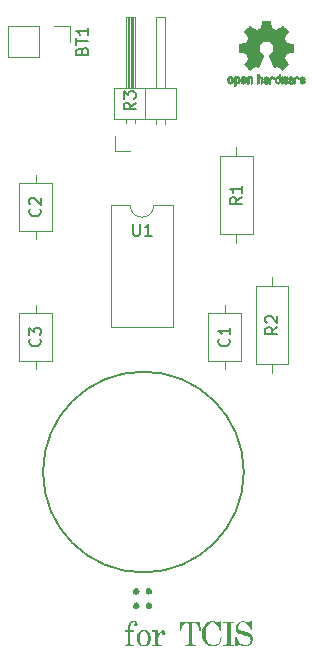
<source format=gbr>
%TF.GenerationSoftware,KiCad,Pcbnew,9.0.0*%
%TF.CreationDate,2025-02-26T16:47:43+09:00*%
%TF.ProjectId,TCIS,54434953-2e6b-4696-9361-645f70636258,rev?*%
%TF.SameCoordinates,Original*%
%TF.FileFunction,Legend,Top*%
%TF.FilePolarity,Positive*%
%FSLAX46Y46*%
G04 Gerber Fmt 4.6, Leading zero omitted, Abs format (unit mm)*
G04 Created by KiCad (PCBNEW 9.0.0) date 2025-02-26 16:47:43*
%MOMM*%
%LPD*%
G01*
G04 APERTURE LIST*
%ADD10C,0.150000*%
%ADD11C,0.200000*%
%ADD12C,0.120000*%
%ADD13C,0.000000*%
%ADD14C,0.010000*%
G04 APERTURE END LIST*
D10*
G36*
X105026948Y-81568876D02*
G01*
X105026948Y-81852264D01*
X105351405Y-81852264D01*
X105351405Y-81971377D01*
X105026948Y-81971377D01*
X105026948Y-82925765D01*
X105036289Y-82981086D01*
X105061826Y-83018291D01*
X105105119Y-83042118D01*
X105173977Y-83051329D01*
X105351405Y-83051329D01*
X105351405Y-83154560D01*
X104555461Y-83154560D01*
X104555461Y-83051329D01*
X104666385Y-83051329D01*
X104730030Y-83044801D01*
X104766265Y-83028995D01*
X104788217Y-82999992D01*
X104796788Y-82948098D01*
X104796788Y-81971377D01*
X104572087Y-81971377D01*
X104572087Y-81852264D01*
X104796788Y-81852264D01*
X104796788Y-81755486D01*
X104806682Y-81588887D01*
X104834269Y-81449989D01*
X104877147Y-81334378D01*
X104934015Y-81238340D01*
X105009851Y-81154540D01*
X105094055Y-81096809D01*
X105188400Y-81062162D01*
X105295943Y-81050241D01*
X105395098Y-81059468D01*
X105474119Y-81085031D01*
X105537270Y-81125307D01*
X105586183Y-81180546D01*
X105615653Y-81246927D01*
X105625983Y-81327922D01*
X105615570Y-81402400D01*
X105587148Y-81455720D01*
X105541588Y-81490682D01*
X105478954Y-81502868D01*
X105424994Y-81493709D01*
X105381927Y-81467135D01*
X105353259Y-81425604D01*
X105343092Y-81368122D01*
X105350625Y-81323665D01*
X105373614Y-81282759D01*
X105431930Y-81227793D01*
X105434659Y-81216750D01*
X105426645Y-81194992D01*
X105397188Y-81172704D01*
X105357185Y-81158558D01*
X105306986Y-81153472D01*
X105227425Y-81165469D01*
X105160590Y-81200489D01*
X105103130Y-81260797D01*
X105063228Y-81336292D01*
X105036782Y-81436680D01*
X105026948Y-81568876D01*
G37*
G36*
X106276813Y-81824915D02*
G01*
X106391832Y-81860795D01*
X106495488Y-81919994D01*
X106589801Y-82004381D01*
X106665181Y-82104928D01*
X106719885Y-82220313D01*
X106754005Y-82353332D01*
X106765988Y-82507631D01*
X106753834Y-82658621D01*
X106719114Y-82789439D01*
X106663193Y-82903614D01*
X106585706Y-83003808D01*
X106489382Y-83087956D01*
X106385153Y-83146724D01*
X106271170Y-83182139D01*
X106144743Y-83194264D01*
X106018431Y-83181898D01*
X105905774Y-83145912D01*
X105803857Y-83086341D01*
X105710727Y-83001078D01*
X105636284Y-82899963D01*
X105582473Y-82785350D01*
X105549070Y-82654716D01*
X105537394Y-82504777D01*
X105538457Y-82491004D01*
X105792493Y-82491004D01*
X105804639Y-82687530D01*
X105836766Y-82833080D01*
X105883936Y-82938917D01*
X105936073Y-83006628D01*
X105996600Y-83053165D01*
X106067030Y-83081255D01*
X106150326Y-83091033D01*
X106233382Y-83081149D01*
X106303974Y-83052672D01*
X106365013Y-83005324D01*
X106417957Y-82936187D01*
X106466029Y-82828520D01*
X106498615Y-82681873D01*
X106510889Y-82485421D01*
X106498314Y-82300637D01*
X106464837Y-82162591D01*
X106415103Y-82060959D01*
X106361468Y-81996471D01*
X106300167Y-81951976D01*
X106229728Y-81925113D01*
X106147472Y-81915791D01*
X106066930Y-81925227D01*
X105997991Y-81952465D01*
X105937957Y-81997768D01*
X105885425Y-82063813D01*
X105837149Y-82166931D01*
X105804669Y-82306024D01*
X105792493Y-82491004D01*
X105538457Y-82491004D01*
X105548970Y-82354853D01*
X105582106Y-82223977D01*
X105635504Y-82108931D01*
X105709362Y-82007235D01*
X105801880Y-81921581D01*
X105904178Y-81861539D01*
X106018338Y-81825122D01*
X106147472Y-81812560D01*
X106276813Y-81824915D01*
G37*
G36*
X106859541Y-81955495D02*
G01*
X106859541Y-81858096D01*
X107325444Y-81836383D01*
X107325444Y-82360477D01*
X107385480Y-82186779D01*
X107446828Y-82058540D01*
X107508455Y-81966786D01*
X107586017Y-81893130D01*
X107671790Y-81850701D01*
X107769261Y-81836383D01*
X107836716Y-81844106D01*
X107891692Y-81865937D01*
X107937011Y-81901522D01*
X107970720Y-81948399D01*
X107991840Y-82006825D01*
X107999421Y-82080067D01*
X107988552Y-82152143D01*
X107957856Y-82207492D01*
X107910219Y-82244718D01*
X107849662Y-82257246D01*
X107794098Y-82246239D01*
X107751146Y-82213944D01*
X107723624Y-82165458D01*
X107713800Y-82100787D01*
X107718439Y-82061835D01*
X107733155Y-82019766D01*
X107752635Y-81969516D01*
X107741468Y-81958349D01*
X107727572Y-81955495D01*
X107676546Y-81966041D01*
X107620962Y-82001146D01*
X107557768Y-82070225D01*
X107485005Y-82187144D01*
X107416144Y-82345301D01*
X107375248Y-82507815D01*
X107361550Y-82676745D01*
X107361550Y-82954178D01*
X107369788Y-82994728D01*
X107393495Y-83023639D01*
X107436533Y-83043390D01*
X107508579Y-83051329D01*
X107674964Y-83051329D01*
X107674964Y-83154560D01*
X106867854Y-83154560D01*
X106867854Y-83051329D01*
X106995403Y-83051329D01*
X107077893Y-83038983D01*
X107118165Y-83009260D01*
X107131390Y-82962491D01*
X107131390Y-82135777D01*
X107119928Y-82051756D01*
X107090149Y-81998642D01*
X107043334Y-81967093D01*
X106973318Y-81955495D01*
X106859541Y-81955495D01*
G37*
G36*
X109211265Y-81878320D02*
G01*
X109258414Y-81105827D01*
X110922389Y-81105827D01*
X110961224Y-81881050D01*
X110864197Y-81881050D01*
X110823802Y-81665920D01*
X110770630Y-81503601D01*
X110707837Y-81383830D01*
X110637171Y-81298036D01*
X110558734Y-81239743D01*
X110470900Y-81205073D01*
X110370501Y-81193176D01*
X110304655Y-81200802D01*
X110266526Y-81219604D01*
X110243775Y-81253351D01*
X110234639Y-81315266D01*
X110234639Y-82954302D01*
X110247604Y-83007256D01*
X110284772Y-83038833D01*
X110356605Y-83051329D01*
X110564679Y-83051329D01*
X110564679Y-83154560D01*
X109610540Y-83154560D01*
X109610540Y-83051329D01*
X109846283Y-83051329D01*
X109900620Y-83040839D01*
X109929936Y-83013360D01*
X109940580Y-82965220D01*
X109940580Y-81298764D01*
X109932420Y-81252936D01*
X109909798Y-81221609D01*
X109870697Y-81201170D01*
X109807571Y-81193176D01*
X109709589Y-81204888D01*
X109623245Y-81239136D01*
X109545520Y-81296931D01*
X109474865Y-81382251D01*
X109411379Y-81501608D01*
X109356720Y-81663560D01*
X109313876Y-81878320D01*
X109211265Y-81878320D01*
G37*
G36*
X112666764Y-82445221D02*
G01*
X112766645Y-82445221D01*
X112733475Y-82622358D01*
X112680458Y-82771596D01*
X112609154Y-82897224D01*
X112519735Y-83002567D01*
X112411372Y-83088928D01*
X112289349Y-83150780D01*
X112151017Y-83188920D01*
X111992787Y-83202204D01*
X111834747Y-83190214D01*
X111690605Y-83155257D01*
X111557960Y-83097909D01*
X111434912Y-83017467D01*
X111320174Y-82911992D01*
X111223871Y-82791264D01*
X111149055Y-82659287D01*
X111094848Y-82514474D01*
X111061386Y-82354715D01*
X111049814Y-82177466D01*
X111061244Y-81988636D01*
X111094394Y-81816778D01*
X111148169Y-81659587D01*
X111222318Y-81515099D01*
X111317445Y-81381771D01*
X111433122Y-81261965D01*
X111555073Y-81172142D01*
X111684428Y-81109083D01*
X111823052Y-81071109D01*
X111973431Y-81058182D01*
X112108716Y-81071111D01*
X112234113Y-81109301D01*
X112355631Y-81171170D01*
X112494796Y-81265760D01*
X112591947Y-81066123D01*
X112680661Y-81066123D01*
X112713913Y-81893209D01*
X112622469Y-81893209D01*
X112551884Y-81670795D01*
X112473207Y-81500722D01*
X112388344Y-81373630D01*
X112298100Y-81281709D01*
X112202034Y-81219031D01*
X112098435Y-81181935D01*
X111984474Y-81169354D01*
X111855935Y-81183031D01*
X111747036Y-81222143D01*
X111653425Y-81286282D01*
X111572561Y-81378318D01*
X111504042Y-81504053D01*
X111449616Y-81671693D01*
X111412955Y-81891355D01*
X111399334Y-82174736D01*
X111411520Y-82403029D01*
X111444923Y-82587167D01*
X111495726Y-82734625D01*
X111561501Y-82851816D01*
X111632405Y-82935561D01*
X111712486Y-82999318D01*
X111802883Y-83045032D01*
X111905591Y-83073253D01*
X112023309Y-83083092D01*
X112172433Y-83069660D01*
X112297270Y-83031715D01*
X112402586Y-82970907D01*
X112491676Y-82886303D01*
X112566033Y-82774490D01*
X112625185Y-82629902D01*
X112666764Y-82445221D01*
G37*
G36*
X112875459Y-81209058D02*
G01*
X112875459Y-81105827D01*
X113821161Y-81105827D01*
X113821161Y-81209058D01*
X113660360Y-81209058D01*
X113560985Y-81217735D01*
X113523008Y-81235486D01*
X113504861Y-81270627D01*
X113496704Y-81348022D01*
X113496704Y-82904051D01*
X113500110Y-82965863D01*
X113507871Y-82998473D01*
X113528706Y-83025106D01*
X113569428Y-83043690D01*
X113641004Y-83051329D01*
X113821161Y-83051329D01*
X113821161Y-83154560D01*
X112875459Y-83154560D01*
X112875459Y-83051329D01*
X113055740Y-83051329D01*
X113140410Y-83042626D01*
X113177707Y-83023536D01*
X113196860Y-82986434D01*
X113205499Y-82904051D01*
X113205499Y-81348022D01*
X113197555Y-81271139D01*
X113180560Y-81239580D01*
X113136355Y-81218653D01*
X113036385Y-81209058D01*
X112875459Y-81209058D01*
G37*
G36*
X113918436Y-82381074D02*
G01*
X114018317Y-82381074D01*
X114056729Y-82539209D01*
X114112404Y-82676092D01*
X114184565Y-82794610D01*
X114273416Y-82896979D01*
X114379431Y-82983321D01*
X114490768Y-83043207D01*
X114609090Y-83078936D01*
X114736714Y-83091033D01*
X114866983Y-83076892D01*
X114976393Y-83036553D01*
X115069484Y-82970556D01*
X115142631Y-82883430D01*
X115185380Y-82787208D01*
X115199887Y-82678358D01*
X115189191Y-82591810D01*
X115158034Y-82516606D01*
X115105590Y-82449935D01*
X115037777Y-82396377D01*
X114950397Y-82352172D01*
X114839324Y-82318292D01*
X114518833Y-82240433D01*
X114348358Y-82188136D01*
X114209592Y-82127904D01*
X114112899Y-82066783D01*
X114048840Y-82005373D01*
X113995502Y-81918825D01*
X113961358Y-81809188D01*
X113948959Y-81670246D01*
X113960211Y-81541473D01*
X113992744Y-81427347D01*
X114045961Y-81325108D01*
X114120927Y-81232756D01*
X114212233Y-81156650D01*
X114313741Y-81102651D01*
X114427514Y-81069621D01*
X114556432Y-81058182D01*
X114695647Y-81070686D01*
X114815625Y-81106447D01*
X114928057Y-81165553D01*
X115047274Y-81254345D01*
X115174824Y-81074064D01*
X115274704Y-81074064D01*
X115283017Y-81832164D01*
X115191574Y-81832164D01*
X115130061Y-81633931D01*
X115057698Y-81480435D01*
X114976346Y-81363858D01*
X114886624Y-81277876D01*
X114787811Y-81217981D01*
X114677880Y-81181809D01*
X114553702Y-81169354D01*
X114434089Y-81182254D01*
X114334275Y-81218945D01*
X114249966Y-81278788D01*
X114183822Y-81357868D01*
X114145192Y-81444989D01*
X114132094Y-81543317D01*
X114144757Y-81643588D01*
X114180758Y-81725207D01*
X114240288Y-81792584D01*
X114303543Y-81831646D01*
X114433590Y-81881101D01*
X114665991Y-81942219D01*
X114895365Y-82002038D01*
X115051765Y-82057621D01*
X115152738Y-82108356D01*
X115241867Y-82175130D01*
X115309093Y-82251317D01*
X115356994Y-82337926D01*
X115386497Y-82437023D01*
X115396794Y-82551553D01*
X115384671Y-82686930D01*
X115349596Y-82806873D01*
X115292121Y-82914356D01*
X115210930Y-83011501D01*
X115112740Y-83090274D01*
X115001007Y-83146915D01*
X114873118Y-83181996D01*
X114725547Y-83194264D01*
X114572575Y-83181146D01*
X114431147Y-83142567D01*
X114298796Y-83078444D01*
X114173660Y-82987058D01*
X114018317Y-83178382D01*
X113918436Y-83178382D01*
X113918436Y-82381074D01*
G37*
X105243095Y-47454819D02*
X105243095Y-48264342D01*
X105243095Y-48264342D02*
X105290714Y-48359580D01*
X105290714Y-48359580D02*
X105338333Y-48407200D01*
X105338333Y-48407200D02*
X105433571Y-48454819D01*
X105433571Y-48454819D02*
X105624047Y-48454819D01*
X105624047Y-48454819D02*
X105719285Y-48407200D01*
X105719285Y-48407200D02*
X105766904Y-48359580D01*
X105766904Y-48359580D02*
X105814523Y-48264342D01*
X105814523Y-48264342D02*
X105814523Y-47454819D01*
X106814523Y-48454819D02*
X106243095Y-48454819D01*
X106528809Y-48454819D02*
X106528809Y-47454819D01*
X106528809Y-47454819D02*
X106433571Y-47597676D01*
X106433571Y-47597676D02*
X106338333Y-47692914D01*
X106338333Y-47692914D02*
X106243095Y-47740533D01*
X97359580Y-57166666D02*
X97407200Y-57214285D01*
X97407200Y-57214285D02*
X97454819Y-57357142D01*
X97454819Y-57357142D02*
X97454819Y-57452380D01*
X97454819Y-57452380D02*
X97407200Y-57595237D01*
X97407200Y-57595237D02*
X97311961Y-57690475D01*
X97311961Y-57690475D02*
X97216723Y-57738094D01*
X97216723Y-57738094D02*
X97026247Y-57785713D01*
X97026247Y-57785713D02*
X96883390Y-57785713D01*
X96883390Y-57785713D02*
X96692914Y-57738094D01*
X96692914Y-57738094D02*
X96597676Y-57690475D01*
X96597676Y-57690475D02*
X96502438Y-57595237D01*
X96502438Y-57595237D02*
X96454819Y-57452380D01*
X96454819Y-57452380D02*
X96454819Y-57357142D01*
X96454819Y-57357142D02*
X96502438Y-57214285D01*
X96502438Y-57214285D02*
X96550057Y-57166666D01*
X96454819Y-56833332D02*
X96454819Y-56214285D01*
X96454819Y-56214285D02*
X96835771Y-56547618D01*
X96835771Y-56547618D02*
X96835771Y-56404761D01*
X96835771Y-56404761D02*
X96883390Y-56309523D01*
X96883390Y-56309523D02*
X96931009Y-56261904D01*
X96931009Y-56261904D02*
X97026247Y-56214285D01*
X97026247Y-56214285D02*
X97264342Y-56214285D01*
X97264342Y-56214285D02*
X97359580Y-56261904D01*
X97359580Y-56261904D02*
X97407200Y-56309523D01*
X97407200Y-56309523D02*
X97454819Y-56404761D01*
X97454819Y-56404761D02*
X97454819Y-56690475D01*
X97454819Y-56690475D02*
X97407200Y-56785713D01*
X97407200Y-56785713D02*
X97359580Y-56833332D01*
X117454819Y-56166666D02*
X116978628Y-56499999D01*
X117454819Y-56738094D02*
X116454819Y-56738094D01*
X116454819Y-56738094D02*
X116454819Y-56357142D01*
X116454819Y-56357142D02*
X116502438Y-56261904D01*
X116502438Y-56261904D02*
X116550057Y-56214285D01*
X116550057Y-56214285D02*
X116645295Y-56166666D01*
X116645295Y-56166666D02*
X116788152Y-56166666D01*
X116788152Y-56166666D02*
X116883390Y-56214285D01*
X116883390Y-56214285D02*
X116931009Y-56261904D01*
X116931009Y-56261904D02*
X116978628Y-56357142D01*
X116978628Y-56357142D02*
X116978628Y-56738094D01*
X116550057Y-55785713D02*
X116502438Y-55738094D01*
X116502438Y-55738094D02*
X116454819Y-55642856D01*
X116454819Y-55642856D02*
X116454819Y-55404761D01*
X116454819Y-55404761D02*
X116502438Y-55309523D01*
X116502438Y-55309523D02*
X116550057Y-55261904D01*
X116550057Y-55261904D02*
X116645295Y-55214285D01*
X116645295Y-55214285D02*
X116740533Y-55214285D01*
X116740533Y-55214285D02*
X116883390Y-55261904D01*
X116883390Y-55261904D02*
X117454819Y-55833332D01*
X117454819Y-55833332D02*
X117454819Y-55214285D01*
X113359580Y-57166666D02*
X113407200Y-57214285D01*
X113407200Y-57214285D02*
X113454819Y-57357142D01*
X113454819Y-57357142D02*
X113454819Y-57452380D01*
X113454819Y-57452380D02*
X113407200Y-57595237D01*
X113407200Y-57595237D02*
X113311961Y-57690475D01*
X113311961Y-57690475D02*
X113216723Y-57738094D01*
X113216723Y-57738094D02*
X113026247Y-57785713D01*
X113026247Y-57785713D02*
X112883390Y-57785713D01*
X112883390Y-57785713D02*
X112692914Y-57738094D01*
X112692914Y-57738094D02*
X112597676Y-57690475D01*
X112597676Y-57690475D02*
X112502438Y-57595237D01*
X112502438Y-57595237D02*
X112454819Y-57452380D01*
X112454819Y-57452380D02*
X112454819Y-57357142D01*
X112454819Y-57357142D02*
X112502438Y-57214285D01*
X112502438Y-57214285D02*
X112550057Y-57166666D01*
X113454819Y-56214285D02*
X113454819Y-56785713D01*
X113454819Y-56499999D02*
X112454819Y-56499999D01*
X112454819Y-56499999D02*
X112597676Y-56595237D01*
X112597676Y-56595237D02*
X112692914Y-56690475D01*
X112692914Y-56690475D02*
X112740533Y-56785713D01*
X105454819Y-37166666D02*
X104978628Y-37499999D01*
X105454819Y-37738094D02*
X104454819Y-37738094D01*
X104454819Y-37738094D02*
X104454819Y-37357142D01*
X104454819Y-37357142D02*
X104502438Y-37261904D01*
X104502438Y-37261904D02*
X104550057Y-37214285D01*
X104550057Y-37214285D02*
X104645295Y-37166666D01*
X104645295Y-37166666D02*
X104788152Y-37166666D01*
X104788152Y-37166666D02*
X104883390Y-37214285D01*
X104883390Y-37214285D02*
X104931009Y-37261904D01*
X104931009Y-37261904D02*
X104978628Y-37357142D01*
X104978628Y-37357142D02*
X104978628Y-37738094D01*
X104454819Y-36833332D02*
X104454819Y-36214285D01*
X104454819Y-36214285D02*
X104835771Y-36547618D01*
X104835771Y-36547618D02*
X104835771Y-36404761D01*
X104835771Y-36404761D02*
X104883390Y-36309523D01*
X104883390Y-36309523D02*
X104931009Y-36261904D01*
X104931009Y-36261904D02*
X105026247Y-36214285D01*
X105026247Y-36214285D02*
X105264342Y-36214285D01*
X105264342Y-36214285D02*
X105359580Y-36261904D01*
X105359580Y-36261904D02*
X105407200Y-36309523D01*
X105407200Y-36309523D02*
X105454819Y-36404761D01*
X105454819Y-36404761D02*
X105454819Y-36690475D01*
X105454819Y-36690475D02*
X105407200Y-36785713D01*
X105407200Y-36785713D02*
X105359580Y-36833332D01*
X114454819Y-45166666D02*
X113978628Y-45499999D01*
X114454819Y-45738094D02*
X113454819Y-45738094D01*
X113454819Y-45738094D02*
X113454819Y-45357142D01*
X113454819Y-45357142D02*
X113502438Y-45261904D01*
X113502438Y-45261904D02*
X113550057Y-45214285D01*
X113550057Y-45214285D02*
X113645295Y-45166666D01*
X113645295Y-45166666D02*
X113788152Y-45166666D01*
X113788152Y-45166666D02*
X113883390Y-45214285D01*
X113883390Y-45214285D02*
X113931009Y-45261904D01*
X113931009Y-45261904D02*
X113978628Y-45357142D01*
X113978628Y-45357142D02*
X113978628Y-45738094D01*
X114454819Y-44214285D02*
X114454819Y-44785713D01*
X114454819Y-44499999D02*
X113454819Y-44499999D01*
X113454819Y-44499999D02*
X113597676Y-44595237D01*
X113597676Y-44595237D02*
X113692914Y-44690475D01*
X113692914Y-44690475D02*
X113740533Y-44785713D01*
X100931009Y-32785714D02*
X100978628Y-32642857D01*
X100978628Y-32642857D02*
X101026247Y-32595238D01*
X101026247Y-32595238D02*
X101121485Y-32547619D01*
X101121485Y-32547619D02*
X101264342Y-32547619D01*
X101264342Y-32547619D02*
X101359580Y-32595238D01*
X101359580Y-32595238D02*
X101407200Y-32642857D01*
X101407200Y-32642857D02*
X101454819Y-32738095D01*
X101454819Y-32738095D02*
X101454819Y-33119047D01*
X101454819Y-33119047D02*
X100454819Y-33119047D01*
X100454819Y-33119047D02*
X100454819Y-32785714D01*
X100454819Y-32785714D02*
X100502438Y-32690476D01*
X100502438Y-32690476D02*
X100550057Y-32642857D01*
X100550057Y-32642857D02*
X100645295Y-32595238D01*
X100645295Y-32595238D02*
X100740533Y-32595238D01*
X100740533Y-32595238D02*
X100835771Y-32642857D01*
X100835771Y-32642857D02*
X100883390Y-32690476D01*
X100883390Y-32690476D02*
X100931009Y-32785714D01*
X100931009Y-32785714D02*
X100931009Y-33119047D01*
X100454819Y-32261904D02*
X100454819Y-31690476D01*
X101454819Y-31976190D02*
X100454819Y-31976190D01*
X101454819Y-30833333D02*
X101454819Y-31404761D01*
X101454819Y-31119047D02*
X100454819Y-31119047D01*
X100454819Y-31119047D02*
X100597676Y-31214285D01*
X100597676Y-31214285D02*
X100692914Y-31309523D01*
X100692914Y-31309523D02*
X100740533Y-31404761D01*
X97359580Y-46166666D02*
X97407200Y-46214285D01*
X97407200Y-46214285D02*
X97454819Y-46357142D01*
X97454819Y-46357142D02*
X97454819Y-46452380D01*
X97454819Y-46452380D02*
X97407200Y-46595237D01*
X97407200Y-46595237D02*
X97311961Y-46690475D01*
X97311961Y-46690475D02*
X97216723Y-46738094D01*
X97216723Y-46738094D02*
X97026247Y-46785713D01*
X97026247Y-46785713D02*
X96883390Y-46785713D01*
X96883390Y-46785713D02*
X96692914Y-46738094D01*
X96692914Y-46738094D02*
X96597676Y-46690475D01*
X96597676Y-46690475D02*
X96502438Y-46595237D01*
X96502438Y-46595237D02*
X96454819Y-46452380D01*
X96454819Y-46452380D02*
X96454819Y-46357142D01*
X96454819Y-46357142D02*
X96502438Y-46214285D01*
X96502438Y-46214285D02*
X96550057Y-46166666D01*
X96550057Y-45785713D02*
X96502438Y-45738094D01*
X96502438Y-45738094D02*
X96454819Y-45642856D01*
X96454819Y-45642856D02*
X96454819Y-45404761D01*
X96454819Y-45404761D02*
X96502438Y-45309523D01*
X96502438Y-45309523D02*
X96550057Y-45261904D01*
X96550057Y-45261904D02*
X96645295Y-45214285D01*
X96645295Y-45214285D02*
X96740533Y-45214285D01*
X96740533Y-45214285D02*
X96883390Y-45261904D01*
X96883390Y-45261904D02*
X97454819Y-45833332D01*
X97454819Y-45833332D02*
X97454819Y-45214285D01*
D11*
%TO.C,LS1*%
X114620000Y-68445000D02*
G75*
G02*
X97620000Y-68445000I-8500000J0D01*
G01*
X97620000Y-68445000D02*
G75*
G02*
X114620000Y-68445000I8500000J0D01*
G01*
D12*
%TO.C,U1*%
X103355000Y-45860000D02*
X103355000Y-56140000D01*
X103355000Y-56140000D02*
X108655000Y-56140000D01*
X105005000Y-45860000D02*
X103355000Y-45860000D01*
X108655000Y-45860000D02*
X107005000Y-45860000D01*
X108655000Y-56140000D02*
X108655000Y-45860000D01*
X107005000Y-45860000D02*
G75*
G02*
X105005000Y-45860000I-1000000J0D01*
G01*
D13*
%TO.C,G\u002A\u002A\u002A*%
G36*
X105553680Y-79483640D02*
G01*
X105641048Y-79505507D01*
X105671289Y-79520796D01*
X105732307Y-79579354D01*
X105775640Y-79661299D01*
X105794989Y-79751672D01*
X105791862Y-79807108D01*
X105756228Y-79900120D01*
X105693214Y-79972442D01*
X105611188Y-80020267D01*
X105518524Y-80039788D01*
X105423592Y-80027197D01*
X105365970Y-80000809D01*
X105297558Y-79938072D01*
X105255976Y-79856020D01*
X105240946Y-79764044D01*
X105252192Y-79671537D01*
X105289436Y-79587890D01*
X105352399Y-79522494D01*
X105380600Y-79505586D01*
X105460509Y-79483334D01*
X105553680Y-79483640D01*
G37*
G36*
X105623660Y-78275926D02*
G01*
X105703406Y-78323478D01*
X105759947Y-78403501D01*
X105770086Y-78427444D01*
X105792093Y-78532001D01*
X105779672Y-78627517D01*
X105738198Y-78708921D01*
X105673046Y-78771142D01*
X105589591Y-78809110D01*
X105493206Y-78817754D01*
X105389267Y-78792006D01*
X105385393Y-78790348D01*
X105314366Y-78739305D01*
X105265614Y-78663676D01*
X105241600Y-78573621D01*
X105244782Y-78479303D01*
X105277623Y-78390881D01*
X105285600Y-78378249D01*
X105347246Y-78309300D01*
X105422608Y-78271713D01*
X105520000Y-78260369D01*
X105623660Y-78275926D01*
G37*
G36*
X106694478Y-78279170D02*
G01*
X106721877Y-78290970D01*
X106793861Y-78348437D01*
X106839067Y-78426434D01*
X106857553Y-78515829D01*
X106849377Y-78607489D01*
X106814597Y-78692282D01*
X106753271Y-78761074D01*
X106718766Y-78783454D01*
X106633446Y-78812062D01*
X106540390Y-78816833D01*
X106470000Y-78800919D01*
X106401840Y-78753713D01*
X106345479Y-78679944D01*
X106309150Y-78592888D01*
X106300000Y-78526720D01*
X106316316Y-78446367D01*
X106358569Y-78366671D01*
X106416712Y-78305549D01*
X106428399Y-78297713D01*
X106508991Y-78268170D01*
X106603877Y-78261847D01*
X106694478Y-78279170D01*
G37*
G36*
X106694478Y-79499170D02*
G01*
X106721877Y-79510970D01*
X106793861Y-79568437D01*
X106839067Y-79646434D01*
X106857553Y-79735829D01*
X106849377Y-79827489D01*
X106814597Y-79912282D01*
X106753271Y-79981074D01*
X106718766Y-80003454D01*
X106633446Y-80032062D01*
X106540390Y-80036833D01*
X106470000Y-80020919D01*
X106401840Y-79973713D01*
X106345479Y-79899944D01*
X106309150Y-79812888D01*
X106300000Y-79746720D01*
X106316316Y-79666367D01*
X106358569Y-79586671D01*
X106416712Y-79525549D01*
X106428399Y-79517713D01*
X106508991Y-79488170D01*
X106603877Y-79481847D01*
X106694478Y-79499170D01*
G37*
D12*
%TO.C,C3*%
X95580000Y-54980000D02*
X95580000Y-59020000D01*
X95580000Y-59020000D02*
X98420000Y-59020000D01*
X97000000Y-54290000D02*
X97000000Y-54980000D01*
X97000000Y-59710000D02*
X97000000Y-59020000D01*
X98420000Y-54980000D02*
X95580000Y-54980000D01*
X98420000Y-59020000D02*
X98420000Y-54980000D01*
%TO.C,R2*%
X115630000Y-52730000D02*
X115630000Y-59270000D01*
X115630000Y-59270000D02*
X118370000Y-59270000D01*
X117000000Y-51960000D02*
X117000000Y-52730000D01*
X117000000Y-60040000D02*
X117000000Y-59270000D01*
X118370000Y-52730000D02*
X115630000Y-52730000D01*
X118370000Y-59270000D02*
X118370000Y-52730000D01*
%TO.C,C1*%
X111580000Y-54980000D02*
X111580000Y-59020000D01*
X111580000Y-59020000D02*
X114420000Y-59020000D01*
X113000000Y-54290000D02*
X113000000Y-54980000D01*
X113000000Y-59710000D02*
X113000000Y-59020000D01*
X114420000Y-54980000D02*
X111580000Y-54980000D01*
X114420000Y-59020000D02*
X114420000Y-54980000D01*
%TO.C,R3*%
X103670000Y-35900000D02*
X103670000Y-38560000D01*
X103670000Y-38560000D02*
X108870000Y-38560000D01*
X103730000Y-41270000D02*
X103730000Y-40000000D01*
X104620000Y-29900000D02*
X105380000Y-29900000D01*
X104620000Y-35900000D02*
X104620000Y-29900000D01*
X104620000Y-38890000D02*
X104620000Y-38560000D01*
X104680000Y-35900000D02*
X104680000Y-29900000D01*
X104800000Y-35900000D02*
X104800000Y-29900000D01*
X104920000Y-35900000D02*
X104920000Y-29900000D01*
X105000000Y-41270000D02*
X103730000Y-41270000D01*
X105040000Y-35900000D02*
X105040000Y-29900000D01*
X105160000Y-35900000D02*
X105160000Y-29900000D01*
X105280000Y-35900000D02*
X105280000Y-29900000D01*
X105380000Y-29900000D02*
X105380000Y-35900000D01*
X105380000Y-38890000D02*
X105380000Y-38560000D01*
X106270000Y-38560000D02*
X106270000Y-35900000D01*
X107160000Y-29900000D02*
X107920000Y-29900000D01*
X107160000Y-35900000D02*
X107160000Y-29900000D01*
X107160000Y-38957071D02*
X107160000Y-38560000D01*
X107920000Y-29900000D02*
X107920000Y-35900000D01*
X107920000Y-38957071D02*
X107920000Y-38560000D01*
X108870000Y-35900000D02*
X103670000Y-35900000D01*
X108870000Y-38560000D02*
X108870000Y-35900000D01*
D14*
%TO.C,REF\u002A\u002A*%
X119152600Y-34958752D02*
X119169948Y-34966334D01*
X119211356Y-34999128D01*
X119246765Y-35046547D01*
X119268664Y-35097151D01*
X119272229Y-35122098D01*
X119260279Y-35156927D01*
X119234067Y-35175357D01*
X119205964Y-35186516D01*
X119193095Y-35188572D01*
X119186829Y-35173649D01*
X119174456Y-35141175D01*
X119169028Y-35126502D01*
X119138590Y-35075744D01*
X119094520Y-35050427D01*
X119038010Y-35051206D01*
X119033825Y-35052203D01*
X119003655Y-35066507D01*
X118981476Y-35094393D01*
X118966327Y-35139287D01*
X118957250Y-35204615D01*
X118953286Y-35293804D01*
X118952914Y-35341261D01*
X118952730Y-35416071D01*
X118951522Y-35467069D01*
X118948309Y-35499471D01*
X118942109Y-35518495D01*
X118931940Y-35529356D01*
X118916819Y-35537272D01*
X118915946Y-35537670D01*
X118886828Y-35549981D01*
X118872403Y-35554514D01*
X118870186Y-35540809D01*
X118868289Y-35502925D01*
X118866847Y-35445715D01*
X118865998Y-35374027D01*
X118865829Y-35321565D01*
X118866692Y-35220047D01*
X118870070Y-35143032D01*
X118877142Y-35086023D01*
X118889088Y-35044526D01*
X118907090Y-35014043D01*
X118932327Y-34990080D01*
X118957247Y-34973355D01*
X119017171Y-34951097D01*
X119086911Y-34946076D01*
X119152600Y-34958752D01*
G36*
X119152600Y-34958752D02*
G01*
X119169948Y-34966334D01*
X119211356Y-34999128D01*
X119246765Y-35046547D01*
X119268664Y-35097151D01*
X119272229Y-35122098D01*
X119260279Y-35156927D01*
X119234067Y-35175357D01*
X119205964Y-35186516D01*
X119193095Y-35188572D01*
X119186829Y-35173649D01*
X119174456Y-35141175D01*
X119169028Y-35126502D01*
X119138590Y-35075744D01*
X119094520Y-35050427D01*
X119038010Y-35051206D01*
X119033825Y-35052203D01*
X119003655Y-35066507D01*
X118981476Y-35094393D01*
X118966327Y-35139287D01*
X118957250Y-35204615D01*
X118953286Y-35293804D01*
X118952914Y-35341261D01*
X118952730Y-35416071D01*
X118951522Y-35467069D01*
X118948309Y-35499471D01*
X118942109Y-35518495D01*
X118931940Y-35529356D01*
X118916819Y-35537272D01*
X118915946Y-35537670D01*
X118886828Y-35549981D01*
X118872403Y-35554514D01*
X118870186Y-35540809D01*
X118868289Y-35502925D01*
X118866847Y-35445715D01*
X118865998Y-35374027D01*
X118865829Y-35321565D01*
X118866692Y-35220047D01*
X118870070Y-35143032D01*
X118877142Y-35086023D01*
X118889088Y-35044526D01*
X118907090Y-35014043D01*
X118932327Y-34990080D01*
X118957247Y-34973355D01*
X119017171Y-34951097D01*
X119086911Y-34946076D01*
X119152600Y-34958752D01*
G37*
X115216093Y-34927780D02*
X115262672Y-34954723D01*
X115295057Y-34981466D01*
X115318742Y-35009484D01*
X115335059Y-35043748D01*
X115345339Y-35089227D01*
X115350914Y-35150892D01*
X115353116Y-35233711D01*
X115353371Y-35293246D01*
X115353371Y-35512391D01*
X115291686Y-35540044D01*
X115230000Y-35567697D01*
X115222743Y-35327670D01*
X115219744Y-35238028D01*
X115216598Y-35172962D01*
X115212701Y-35128026D01*
X115207447Y-35098770D01*
X115200231Y-35080748D01*
X115190450Y-35069511D01*
X115187312Y-35067079D01*
X115139761Y-35048083D01*
X115091697Y-35055600D01*
X115063086Y-35075543D01*
X115051447Y-35089675D01*
X115043391Y-35108220D01*
X115038271Y-35136334D01*
X115035441Y-35179173D01*
X115034256Y-35241895D01*
X115034057Y-35307261D01*
X115034018Y-35389268D01*
X115032614Y-35447316D01*
X115027914Y-35486465D01*
X115017987Y-35511780D01*
X115000903Y-35528323D01*
X114974732Y-35541156D01*
X114939775Y-35554491D01*
X114901596Y-35569007D01*
X114906141Y-35311389D01*
X114907971Y-35218519D01*
X114910112Y-35149889D01*
X114913181Y-35100711D01*
X114917794Y-35066198D01*
X114924568Y-35041562D01*
X114934119Y-35022016D01*
X114945634Y-35004770D01*
X115001190Y-34949680D01*
X115068980Y-34917822D01*
X115142713Y-34910191D01*
X115216093Y-34927780D01*
G36*
X115216093Y-34927780D02*
G01*
X115262672Y-34954723D01*
X115295057Y-34981466D01*
X115318742Y-35009484D01*
X115335059Y-35043748D01*
X115345339Y-35089227D01*
X115350914Y-35150892D01*
X115353116Y-35233711D01*
X115353371Y-35293246D01*
X115353371Y-35512391D01*
X115291686Y-35540044D01*
X115230000Y-35567697D01*
X115222743Y-35327670D01*
X115219744Y-35238028D01*
X115216598Y-35172962D01*
X115212701Y-35128026D01*
X115207447Y-35098770D01*
X115200231Y-35080748D01*
X115190450Y-35069511D01*
X115187312Y-35067079D01*
X115139761Y-35048083D01*
X115091697Y-35055600D01*
X115063086Y-35075543D01*
X115051447Y-35089675D01*
X115043391Y-35108220D01*
X115038271Y-35136334D01*
X115035441Y-35179173D01*
X115034256Y-35241895D01*
X115034057Y-35307261D01*
X115034018Y-35389268D01*
X115032614Y-35447316D01*
X115027914Y-35486465D01*
X115017987Y-35511780D01*
X115000903Y-35528323D01*
X114974732Y-35541156D01*
X114939775Y-35554491D01*
X114901596Y-35569007D01*
X114906141Y-35311389D01*
X114907971Y-35218519D01*
X114910112Y-35149889D01*
X114913181Y-35100711D01*
X114917794Y-35066198D01*
X114924568Y-35041562D01*
X114934119Y-35022016D01*
X114945634Y-35004770D01*
X115001190Y-34949680D01*
X115068980Y-34917822D01*
X115142713Y-34910191D01*
X115216093Y-34927780D01*
G37*
X117029926Y-34949755D02*
X117095858Y-34974084D01*
X117149273Y-35017117D01*
X117170164Y-35047409D01*
X117192939Y-35102994D01*
X117192466Y-35143186D01*
X117168562Y-35170217D01*
X117159717Y-35174813D01*
X117121530Y-35189144D01*
X117102028Y-35185472D01*
X117095422Y-35161407D01*
X117095086Y-35148114D01*
X117082992Y-35099210D01*
X117051471Y-35064999D01*
X117007659Y-35048476D01*
X116958695Y-35052634D01*
X116918894Y-35074227D01*
X116905450Y-35086544D01*
X116895921Y-35101487D01*
X116889485Y-35124075D01*
X116885317Y-35159328D01*
X116882597Y-35212266D01*
X116880502Y-35287907D01*
X116879960Y-35311857D01*
X116877981Y-35393790D01*
X116875731Y-35451455D01*
X116872357Y-35489608D01*
X116867006Y-35513004D01*
X116858824Y-35526398D01*
X116846959Y-35534545D01*
X116839362Y-35538144D01*
X116807102Y-35550452D01*
X116788111Y-35554514D01*
X116781836Y-35540948D01*
X116778006Y-35499934D01*
X116776600Y-35430999D01*
X116777598Y-35333669D01*
X116777908Y-35318657D01*
X116780101Y-35229859D01*
X116782693Y-35165019D01*
X116786382Y-35119067D01*
X116791864Y-35086935D01*
X116799835Y-35063553D01*
X116810993Y-35043852D01*
X116816830Y-35035410D01*
X116850296Y-34998057D01*
X116887727Y-34969003D01*
X116892309Y-34966467D01*
X116959426Y-34946443D01*
X117029926Y-34949755D01*
G36*
X117029926Y-34949755D02*
G01*
X117095858Y-34974084D01*
X117149273Y-35017117D01*
X117170164Y-35047409D01*
X117192939Y-35102994D01*
X117192466Y-35143186D01*
X117168562Y-35170217D01*
X117159717Y-35174813D01*
X117121530Y-35189144D01*
X117102028Y-35185472D01*
X117095422Y-35161407D01*
X117095086Y-35148114D01*
X117082992Y-35099210D01*
X117051471Y-35064999D01*
X117007659Y-35048476D01*
X116958695Y-35052634D01*
X116918894Y-35074227D01*
X116905450Y-35086544D01*
X116895921Y-35101487D01*
X116889485Y-35124075D01*
X116885317Y-35159328D01*
X116882597Y-35212266D01*
X116880502Y-35287907D01*
X116879960Y-35311857D01*
X116877981Y-35393790D01*
X116875731Y-35451455D01*
X116872357Y-35489608D01*
X116867006Y-35513004D01*
X116858824Y-35526398D01*
X116846959Y-35534545D01*
X116839362Y-35538144D01*
X116807102Y-35550452D01*
X116788111Y-35554514D01*
X116781836Y-35540948D01*
X116778006Y-35499934D01*
X116776600Y-35430999D01*
X116777598Y-35333669D01*
X116777908Y-35318657D01*
X116780101Y-35229859D01*
X116782693Y-35165019D01*
X116786382Y-35119067D01*
X116791864Y-35086935D01*
X116799835Y-35063553D01*
X116810993Y-35043852D01*
X116816830Y-35035410D01*
X116850296Y-34998057D01*
X116887727Y-34969003D01*
X116892309Y-34966467D01*
X116959426Y-34946443D01*
X117029926Y-34949755D01*
G37*
X115875886Y-34851289D02*
X115880139Y-34910613D01*
X115885025Y-34945572D01*
X115891795Y-34960820D01*
X115901702Y-34961015D01*
X115904914Y-34959195D01*
X115947644Y-34946015D01*
X116003227Y-34946785D01*
X116059737Y-34960333D01*
X116095082Y-34977861D01*
X116131321Y-35005861D01*
X116157813Y-35037549D01*
X116175999Y-35077813D01*
X116187322Y-35131543D01*
X116193222Y-35203626D01*
X116195143Y-35298951D01*
X116195177Y-35317237D01*
X116195200Y-35522646D01*
X116149491Y-35538580D01*
X116117027Y-35549420D01*
X116099215Y-35554468D01*
X116098691Y-35554514D01*
X116096937Y-35540828D01*
X116095444Y-35503076D01*
X116094326Y-35446224D01*
X116093697Y-35375234D01*
X116093600Y-35332073D01*
X116093398Y-35246973D01*
X116092358Y-35185981D01*
X116089831Y-35144177D01*
X116085164Y-35116642D01*
X116077707Y-35098456D01*
X116066811Y-35084698D01*
X116060007Y-35078073D01*
X116013272Y-35051375D01*
X115962272Y-35049375D01*
X115916001Y-35071955D01*
X115907444Y-35080107D01*
X115894893Y-35095436D01*
X115886188Y-35113618D01*
X115880631Y-35139909D01*
X115877526Y-35179562D01*
X115876176Y-35237832D01*
X115875886Y-35318173D01*
X115875886Y-35522646D01*
X115830177Y-35538580D01*
X115797713Y-35549420D01*
X115779901Y-35554468D01*
X115779377Y-35554514D01*
X115778037Y-35540623D01*
X115776828Y-35501439D01*
X115775801Y-35440700D01*
X115775002Y-35362141D01*
X115774481Y-35269498D01*
X115774286Y-35166509D01*
X115774286Y-34769342D01*
X115821457Y-34749444D01*
X115868629Y-34729547D01*
X115875886Y-34851289D01*
G36*
X115875886Y-34851289D02*
G01*
X115880139Y-34910613D01*
X115885025Y-34945572D01*
X115891795Y-34960820D01*
X115901702Y-34961015D01*
X115904914Y-34959195D01*
X115947644Y-34946015D01*
X116003227Y-34946785D01*
X116059737Y-34960333D01*
X116095082Y-34977861D01*
X116131321Y-35005861D01*
X116157813Y-35037549D01*
X116175999Y-35077813D01*
X116187322Y-35131543D01*
X116193222Y-35203626D01*
X116195143Y-35298951D01*
X116195177Y-35317237D01*
X116195200Y-35522646D01*
X116149491Y-35538580D01*
X116117027Y-35549420D01*
X116099215Y-35554468D01*
X116098691Y-35554514D01*
X116096937Y-35540828D01*
X116095444Y-35503076D01*
X116094326Y-35446224D01*
X116093697Y-35375234D01*
X116093600Y-35332073D01*
X116093398Y-35246973D01*
X116092358Y-35185981D01*
X116089831Y-35144177D01*
X116085164Y-35116642D01*
X116077707Y-35098456D01*
X116066811Y-35084698D01*
X116060007Y-35078073D01*
X116013272Y-35051375D01*
X115962272Y-35049375D01*
X115916001Y-35071955D01*
X115907444Y-35080107D01*
X115894893Y-35095436D01*
X115886188Y-35113618D01*
X115880631Y-35139909D01*
X115877526Y-35179562D01*
X115876176Y-35237832D01*
X115875886Y-35318173D01*
X115875886Y-35522646D01*
X115830177Y-35538580D01*
X115797713Y-35549420D01*
X115779901Y-35554468D01*
X115779377Y-35554514D01*
X115778037Y-35540623D01*
X115776828Y-35501439D01*
X115775801Y-35440700D01*
X115775002Y-35362141D01*
X115774481Y-35269498D01*
X115774286Y-35166509D01*
X115774286Y-34769342D01*
X115821457Y-34749444D01*
X115868629Y-34729547D01*
X115875886Y-34851289D01*
G37*
X118279833Y-34958663D02*
X118282048Y-34996850D01*
X118283784Y-35054886D01*
X118284899Y-35128180D01*
X118285257Y-35205055D01*
X118285257Y-35465196D01*
X118239326Y-35511127D01*
X118207675Y-35539429D01*
X118179890Y-35550893D01*
X118141915Y-35550168D01*
X118126840Y-35548321D01*
X118079726Y-35542948D01*
X118040756Y-35539869D01*
X118031257Y-35539585D01*
X117999233Y-35541445D01*
X117953432Y-35546114D01*
X117935674Y-35548321D01*
X117892057Y-35551735D01*
X117862745Y-35544320D01*
X117833680Y-35521427D01*
X117823188Y-35511127D01*
X117777257Y-35465196D01*
X117777257Y-34978602D01*
X117814226Y-34961758D01*
X117846059Y-34949282D01*
X117864683Y-34944914D01*
X117869458Y-34958718D01*
X117873921Y-34997286D01*
X117877775Y-35056356D01*
X117880722Y-35131663D01*
X117882143Y-35195286D01*
X117886114Y-35445657D01*
X117920759Y-35450556D01*
X117952268Y-35447131D01*
X117967708Y-35436041D01*
X117972023Y-35415308D01*
X117975708Y-35371145D01*
X117978469Y-35309146D01*
X117980012Y-35234909D01*
X117980235Y-35196706D01*
X117980457Y-34976783D01*
X118026166Y-34960849D01*
X118058518Y-34950015D01*
X118076115Y-34944962D01*
X118076623Y-34944914D01*
X118078388Y-34958648D01*
X118080329Y-34996730D01*
X118082282Y-35054482D01*
X118084084Y-35127227D01*
X118085343Y-35195286D01*
X118089314Y-35445657D01*
X118176400Y-35445657D01*
X118180396Y-35217240D01*
X118184392Y-34988822D01*
X118226847Y-34966868D01*
X118258192Y-34951793D01*
X118276744Y-34944951D01*
X118277279Y-34944914D01*
X118279833Y-34958663D01*
G36*
X118279833Y-34958663D02*
G01*
X118282048Y-34996850D01*
X118283784Y-35054886D01*
X118284899Y-35128180D01*
X118285257Y-35205055D01*
X118285257Y-35465196D01*
X118239326Y-35511127D01*
X118207675Y-35539429D01*
X118179890Y-35550893D01*
X118141915Y-35550168D01*
X118126840Y-35548321D01*
X118079726Y-35542948D01*
X118040756Y-35539869D01*
X118031257Y-35539585D01*
X117999233Y-35541445D01*
X117953432Y-35546114D01*
X117935674Y-35548321D01*
X117892057Y-35551735D01*
X117862745Y-35544320D01*
X117833680Y-35521427D01*
X117823188Y-35511127D01*
X117777257Y-35465196D01*
X117777257Y-34978602D01*
X117814226Y-34961758D01*
X117846059Y-34949282D01*
X117864683Y-34944914D01*
X117869458Y-34958718D01*
X117873921Y-34997286D01*
X117877775Y-35056356D01*
X117880722Y-35131663D01*
X117882143Y-35195286D01*
X117886114Y-35445657D01*
X117920759Y-35450556D01*
X117952268Y-35447131D01*
X117967708Y-35436041D01*
X117972023Y-35415308D01*
X117975708Y-35371145D01*
X117978469Y-35309146D01*
X117980012Y-35234909D01*
X117980235Y-35196706D01*
X117980457Y-34976783D01*
X118026166Y-34960849D01*
X118058518Y-34950015D01*
X118076115Y-34944962D01*
X118076623Y-34944914D01*
X118078388Y-34958648D01*
X118080329Y-34996730D01*
X118082282Y-35054482D01*
X118084084Y-35127227D01*
X118085343Y-35195286D01*
X118089314Y-35445657D01*
X118176400Y-35445657D01*
X118180396Y-35217240D01*
X118184392Y-34988822D01*
X118226847Y-34966868D01*
X118258192Y-34951793D01*
X118276744Y-34944951D01*
X118277279Y-34944914D01*
X118279833Y-34958663D01*
G37*
X113541115Y-34921962D02*
X113609145Y-34957733D01*
X113659351Y-35015301D01*
X113677185Y-35052312D01*
X113691063Y-35107882D01*
X113698167Y-35178096D01*
X113698840Y-35254727D01*
X113693427Y-35329552D01*
X113682270Y-35394342D01*
X113665714Y-35440873D01*
X113660626Y-35448887D01*
X113600355Y-35508707D01*
X113528769Y-35544535D01*
X113451092Y-35555020D01*
X113372548Y-35538810D01*
X113350689Y-35529092D01*
X113308122Y-35499143D01*
X113270763Y-35459433D01*
X113267232Y-35454397D01*
X113252881Y-35430124D01*
X113243394Y-35404178D01*
X113237790Y-35370022D01*
X113235086Y-35321119D01*
X113234299Y-35250935D01*
X113234286Y-35235200D01*
X113234322Y-35230192D01*
X113379429Y-35230192D01*
X113380273Y-35296430D01*
X113383596Y-35340386D01*
X113390583Y-35368779D01*
X113402416Y-35388325D01*
X113408457Y-35394857D01*
X113443186Y-35419680D01*
X113476903Y-35418548D01*
X113510995Y-35397016D01*
X113531329Y-35374029D01*
X113543371Y-35340478D01*
X113550134Y-35287569D01*
X113550598Y-35281399D01*
X113551752Y-35185513D01*
X113539688Y-35114299D01*
X113514570Y-35068194D01*
X113476560Y-35047635D01*
X113462992Y-35046514D01*
X113427364Y-35052152D01*
X113402994Y-35071686D01*
X113388093Y-35109042D01*
X113380875Y-35168150D01*
X113379429Y-35230192D01*
X113234322Y-35230192D01*
X113234826Y-35160413D01*
X113237096Y-35108159D01*
X113242068Y-35071949D01*
X113250713Y-35045299D01*
X113264005Y-35021722D01*
X113266943Y-35017338D01*
X113316313Y-34958249D01*
X113370109Y-34923947D01*
X113435602Y-34910331D01*
X113457842Y-34909665D01*
X113541115Y-34921962D01*
G36*
X113541115Y-34921962D02*
G01*
X113609145Y-34957733D01*
X113659351Y-35015301D01*
X113677185Y-35052312D01*
X113691063Y-35107882D01*
X113698167Y-35178096D01*
X113698840Y-35254727D01*
X113693427Y-35329552D01*
X113682270Y-35394342D01*
X113665714Y-35440873D01*
X113660626Y-35448887D01*
X113600355Y-35508707D01*
X113528769Y-35544535D01*
X113451092Y-35555020D01*
X113372548Y-35538810D01*
X113350689Y-35529092D01*
X113308122Y-35499143D01*
X113270763Y-35459433D01*
X113267232Y-35454397D01*
X113252881Y-35430124D01*
X113243394Y-35404178D01*
X113237790Y-35370022D01*
X113235086Y-35321119D01*
X113234299Y-35250935D01*
X113234286Y-35235200D01*
X113234322Y-35230192D01*
X113379429Y-35230192D01*
X113380273Y-35296430D01*
X113383596Y-35340386D01*
X113390583Y-35368779D01*
X113402416Y-35388325D01*
X113408457Y-35394857D01*
X113443186Y-35419680D01*
X113476903Y-35418548D01*
X113510995Y-35397016D01*
X113531329Y-35374029D01*
X113543371Y-35340478D01*
X113550134Y-35287569D01*
X113550598Y-35281399D01*
X113551752Y-35185513D01*
X113539688Y-35114299D01*
X113514570Y-35068194D01*
X113476560Y-35047635D01*
X113462992Y-35046514D01*
X113427364Y-35052152D01*
X113402994Y-35071686D01*
X113388093Y-35109042D01*
X113380875Y-35168150D01*
X113379429Y-35230192D01*
X113234322Y-35230192D01*
X113234826Y-35160413D01*
X113237096Y-35108159D01*
X113242068Y-35071949D01*
X113250713Y-35045299D01*
X113264005Y-35021722D01*
X113266943Y-35017338D01*
X113316313Y-34958249D01*
X113370109Y-34923947D01*
X113435602Y-34910331D01*
X113457842Y-34909665D01*
X113541115Y-34921962D01*
G37*
X119653595Y-34966966D02*
X119711021Y-35004497D01*
X119738719Y-35038096D01*
X119760662Y-35099064D01*
X119762405Y-35147308D01*
X119758457Y-35211816D01*
X119609686Y-35276934D01*
X119537349Y-35310202D01*
X119490084Y-35336964D01*
X119465507Y-35360144D01*
X119461237Y-35382667D01*
X119474889Y-35407455D01*
X119489943Y-35423886D01*
X119533746Y-35450235D01*
X119581389Y-35452081D01*
X119625145Y-35431546D01*
X119657289Y-35390752D01*
X119663038Y-35376347D01*
X119690576Y-35331356D01*
X119722258Y-35312182D01*
X119765714Y-35295779D01*
X119765714Y-35357966D01*
X119761872Y-35400283D01*
X119746823Y-35435969D01*
X119715280Y-35476943D01*
X119710592Y-35482267D01*
X119675506Y-35518720D01*
X119645347Y-35538283D01*
X119607615Y-35547283D01*
X119576335Y-35550230D01*
X119520385Y-35550965D01*
X119480555Y-35541660D01*
X119455708Y-35527846D01*
X119416656Y-35497467D01*
X119389625Y-35464613D01*
X119372517Y-35423294D01*
X119363238Y-35367521D01*
X119359693Y-35291305D01*
X119359410Y-35252622D01*
X119360372Y-35206247D01*
X119448007Y-35206247D01*
X119449023Y-35231126D01*
X119451556Y-35235200D01*
X119468274Y-35229665D01*
X119504249Y-35215017D01*
X119552331Y-35194190D01*
X119562386Y-35189714D01*
X119623152Y-35158814D01*
X119656632Y-35131657D01*
X119663990Y-35106220D01*
X119646391Y-35080481D01*
X119631856Y-35069109D01*
X119579410Y-35046364D01*
X119530322Y-35050122D01*
X119489227Y-35077884D01*
X119460758Y-35127152D01*
X119451631Y-35166257D01*
X119448007Y-35206247D01*
X119360372Y-35206247D01*
X119361285Y-35162249D01*
X119368196Y-35095384D01*
X119381884Y-35046695D01*
X119404096Y-35010849D01*
X119436574Y-34982513D01*
X119450733Y-34973355D01*
X119515053Y-34949507D01*
X119585473Y-34948006D01*
X119653595Y-34966966D01*
G36*
X119653595Y-34966966D02*
G01*
X119711021Y-35004497D01*
X119738719Y-35038096D01*
X119760662Y-35099064D01*
X119762405Y-35147308D01*
X119758457Y-35211816D01*
X119609686Y-35276934D01*
X119537349Y-35310202D01*
X119490084Y-35336964D01*
X119465507Y-35360144D01*
X119461237Y-35382667D01*
X119474889Y-35407455D01*
X119489943Y-35423886D01*
X119533746Y-35450235D01*
X119581389Y-35452081D01*
X119625145Y-35431546D01*
X119657289Y-35390752D01*
X119663038Y-35376347D01*
X119690576Y-35331356D01*
X119722258Y-35312182D01*
X119765714Y-35295779D01*
X119765714Y-35357966D01*
X119761872Y-35400283D01*
X119746823Y-35435969D01*
X119715280Y-35476943D01*
X119710592Y-35482267D01*
X119675506Y-35518720D01*
X119645347Y-35538283D01*
X119607615Y-35547283D01*
X119576335Y-35550230D01*
X119520385Y-35550965D01*
X119480555Y-35541660D01*
X119455708Y-35527846D01*
X119416656Y-35497467D01*
X119389625Y-35464613D01*
X119372517Y-35423294D01*
X119363238Y-35367521D01*
X119359693Y-35291305D01*
X119359410Y-35252622D01*
X119360372Y-35206247D01*
X119448007Y-35206247D01*
X119449023Y-35231126D01*
X119451556Y-35235200D01*
X119468274Y-35229665D01*
X119504249Y-35215017D01*
X119552331Y-35194190D01*
X119562386Y-35189714D01*
X119623152Y-35158814D01*
X119656632Y-35131657D01*
X119663990Y-35106220D01*
X119646391Y-35080481D01*
X119631856Y-35069109D01*
X119579410Y-35046364D01*
X119530322Y-35050122D01*
X119489227Y-35077884D01*
X119460758Y-35127152D01*
X119451631Y-35166257D01*
X119448007Y-35206247D01*
X119360372Y-35206247D01*
X119361285Y-35162249D01*
X119368196Y-35095384D01*
X119381884Y-35046695D01*
X119404096Y-35010849D01*
X119436574Y-34982513D01*
X119450733Y-34973355D01*
X119515053Y-34949507D01*
X119585473Y-34948006D01*
X119653595Y-34966966D01*
G37*
X117690117Y-35065358D02*
X117689933Y-35173837D01*
X117689219Y-35257287D01*
X117687675Y-35319704D01*
X117685001Y-35365085D01*
X117680894Y-35397429D01*
X117675055Y-35420733D01*
X117667182Y-35438995D01*
X117661221Y-35449418D01*
X117611855Y-35505945D01*
X117549264Y-35541377D01*
X117480013Y-35554090D01*
X117410668Y-35542463D01*
X117369375Y-35521568D01*
X117326025Y-35485422D01*
X117296481Y-35441276D01*
X117278655Y-35383462D01*
X117270463Y-35306313D01*
X117269302Y-35249714D01*
X117269458Y-35245647D01*
X117370857Y-35245647D01*
X117371476Y-35310550D01*
X117374314Y-35353514D01*
X117380840Y-35381622D01*
X117392523Y-35401953D01*
X117406483Y-35417288D01*
X117453365Y-35446890D01*
X117503701Y-35449419D01*
X117551276Y-35424705D01*
X117554979Y-35421356D01*
X117570783Y-35403935D01*
X117580693Y-35383209D01*
X117586058Y-35352362D01*
X117588228Y-35304577D01*
X117588571Y-35251748D01*
X117587827Y-35185381D01*
X117584748Y-35141106D01*
X117578061Y-35112009D01*
X117566496Y-35091173D01*
X117557013Y-35080107D01*
X117512960Y-35052198D01*
X117462224Y-35048843D01*
X117413796Y-35070159D01*
X117404450Y-35078073D01*
X117388540Y-35095647D01*
X117378610Y-35116587D01*
X117373278Y-35147782D01*
X117371163Y-35196122D01*
X117370857Y-35245647D01*
X117269458Y-35245647D01*
X117272810Y-35158568D01*
X117284726Y-35090086D01*
X117307135Y-35038600D01*
X117342124Y-34998443D01*
X117369375Y-34977861D01*
X117418907Y-34955625D01*
X117476316Y-34945304D01*
X117529682Y-34948067D01*
X117559543Y-34959212D01*
X117571261Y-34962383D01*
X117579037Y-34950557D01*
X117584465Y-34918866D01*
X117588571Y-34870593D01*
X117593067Y-34816829D01*
X117599313Y-34784482D01*
X117610676Y-34765985D01*
X117630528Y-34753770D01*
X117643000Y-34748362D01*
X117690171Y-34728601D01*
X117690117Y-35065358D01*
G36*
X117690117Y-35065358D02*
G01*
X117689933Y-35173837D01*
X117689219Y-35257287D01*
X117687675Y-35319704D01*
X117685001Y-35365085D01*
X117680894Y-35397429D01*
X117675055Y-35420733D01*
X117667182Y-35438995D01*
X117661221Y-35449418D01*
X117611855Y-35505945D01*
X117549264Y-35541377D01*
X117480013Y-35554090D01*
X117410668Y-35542463D01*
X117369375Y-35521568D01*
X117326025Y-35485422D01*
X117296481Y-35441276D01*
X117278655Y-35383462D01*
X117270463Y-35306313D01*
X117269302Y-35249714D01*
X117269458Y-35245647D01*
X117370857Y-35245647D01*
X117371476Y-35310550D01*
X117374314Y-35353514D01*
X117380840Y-35381622D01*
X117392523Y-35401953D01*
X117406483Y-35417288D01*
X117453365Y-35446890D01*
X117503701Y-35449419D01*
X117551276Y-35424705D01*
X117554979Y-35421356D01*
X117570783Y-35403935D01*
X117580693Y-35383209D01*
X117586058Y-35352362D01*
X117588228Y-35304577D01*
X117588571Y-35251748D01*
X117587827Y-35185381D01*
X117584748Y-35141106D01*
X117578061Y-35112009D01*
X117566496Y-35091173D01*
X117557013Y-35080107D01*
X117512960Y-35052198D01*
X117462224Y-35048843D01*
X117413796Y-35070159D01*
X117404450Y-35078073D01*
X117388540Y-35095647D01*
X117378610Y-35116587D01*
X117373278Y-35147782D01*
X117371163Y-35196122D01*
X117370857Y-35245647D01*
X117269458Y-35245647D01*
X117272810Y-35158568D01*
X117284726Y-35090086D01*
X117307135Y-35038600D01*
X117342124Y-34998443D01*
X117369375Y-34977861D01*
X117418907Y-34955625D01*
X117476316Y-34945304D01*
X117529682Y-34948067D01*
X117559543Y-34959212D01*
X117571261Y-34962383D01*
X117579037Y-34950557D01*
X117584465Y-34918866D01*
X117588571Y-34870593D01*
X117593067Y-34816829D01*
X117599313Y-34784482D01*
X117610676Y-34765985D01*
X117630528Y-34753770D01*
X117643000Y-34748362D01*
X117690171Y-34728601D01*
X117690117Y-35065358D01*
G37*
X114668303Y-34931239D02*
X114725527Y-34969735D01*
X114769749Y-35025335D01*
X114796167Y-35096086D01*
X114801510Y-35148162D01*
X114800903Y-35169893D01*
X114795822Y-35186531D01*
X114781855Y-35201437D01*
X114754589Y-35217973D01*
X114709612Y-35239498D01*
X114642511Y-35269374D01*
X114642171Y-35269524D01*
X114580407Y-35297813D01*
X114529759Y-35322933D01*
X114495404Y-35342179D01*
X114482518Y-35352848D01*
X114482514Y-35352934D01*
X114493872Y-35376166D01*
X114520431Y-35401774D01*
X114550923Y-35420221D01*
X114566370Y-35423886D01*
X114608515Y-35411212D01*
X114644808Y-35379471D01*
X114662517Y-35344572D01*
X114679552Y-35318845D01*
X114712922Y-35289546D01*
X114752149Y-35264235D01*
X114786756Y-35250471D01*
X114793993Y-35249714D01*
X114802139Y-35262160D01*
X114802630Y-35293972D01*
X114796643Y-35336866D01*
X114785357Y-35382558D01*
X114769950Y-35422761D01*
X114769171Y-35424322D01*
X114722804Y-35489062D01*
X114662711Y-35533097D01*
X114594465Y-35554711D01*
X114523638Y-35552185D01*
X114455804Y-35523804D01*
X114452788Y-35521808D01*
X114399427Y-35473448D01*
X114364340Y-35410352D01*
X114344922Y-35327387D01*
X114342316Y-35304078D01*
X114337701Y-35194055D01*
X114343233Y-35142748D01*
X114482514Y-35142748D01*
X114484324Y-35174753D01*
X114494222Y-35184093D01*
X114518898Y-35177105D01*
X114557795Y-35160587D01*
X114601275Y-35139881D01*
X114602356Y-35139333D01*
X114639209Y-35119949D01*
X114654000Y-35107013D01*
X114650353Y-35093451D01*
X114634995Y-35075632D01*
X114595923Y-35049845D01*
X114553846Y-35047950D01*
X114516103Y-35066717D01*
X114490034Y-35102915D01*
X114482514Y-35142748D01*
X114343233Y-35142748D01*
X114347194Y-35106027D01*
X114371550Y-35036212D01*
X114405456Y-34987302D01*
X114466653Y-34937878D01*
X114534063Y-34913359D01*
X114602880Y-34911797D01*
X114668303Y-34931239D01*
G36*
X114668303Y-34931239D02*
G01*
X114725527Y-34969735D01*
X114769749Y-35025335D01*
X114796167Y-35096086D01*
X114801510Y-35148162D01*
X114800903Y-35169893D01*
X114795822Y-35186531D01*
X114781855Y-35201437D01*
X114754589Y-35217973D01*
X114709612Y-35239498D01*
X114642511Y-35269374D01*
X114642171Y-35269524D01*
X114580407Y-35297813D01*
X114529759Y-35322933D01*
X114495404Y-35342179D01*
X114482518Y-35352848D01*
X114482514Y-35352934D01*
X114493872Y-35376166D01*
X114520431Y-35401774D01*
X114550923Y-35420221D01*
X114566370Y-35423886D01*
X114608515Y-35411212D01*
X114644808Y-35379471D01*
X114662517Y-35344572D01*
X114679552Y-35318845D01*
X114712922Y-35289546D01*
X114752149Y-35264235D01*
X114786756Y-35250471D01*
X114793993Y-35249714D01*
X114802139Y-35262160D01*
X114802630Y-35293972D01*
X114796643Y-35336866D01*
X114785357Y-35382558D01*
X114769950Y-35422761D01*
X114769171Y-35424322D01*
X114722804Y-35489062D01*
X114662711Y-35533097D01*
X114594465Y-35554711D01*
X114523638Y-35552185D01*
X114455804Y-35523804D01*
X114452788Y-35521808D01*
X114399427Y-35473448D01*
X114364340Y-35410352D01*
X114344922Y-35327387D01*
X114342316Y-35304078D01*
X114337701Y-35194055D01*
X114343233Y-35142748D01*
X114482514Y-35142748D01*
X114484324Y-35174753D01*
X114494222Y-35184093D01*
X114518898Y-35177105D01*
X114557795Y-35160587D01*
X114601275Y-35139881D01*
X114602356Y-35139333D01*
X114639209Y-35119949D01*
X114654000Y-35107013D01*
X114650353Y-35093451D01*
X114634995Y-35075632D01*
X114595923Y-35049845D01*
X114553846Y-35047950D01*
X114516103Y-35066717D01*
X114490034Y-35102915D01*
X114482514Y-35142748D01*
X114343233Y-35142748D01*
X114347194Y-35106027D01*
X114371550Y-35036212D01*
X114405456Y-34987302D01*
X114466653Y-34937878D01*
X114534063Y-34913359D01*
X114602880Y-34911797D01*
X114668303Y-34931239D01*
G37*
X116539744Y-34950968D02*
X116596616Y-34972087D01*
X116597267Y-34972493D01*
X116632440Y-34998380D01*
X116658407Y-35028633D01*
X116676670Y-35068058D01*
X116688732Y-35121462D01*
X116696096Y-35193651D01*
X116700264Y-35289432D01*
X116700629Y-35303078D01*
X116705876Y-35508842D01*
X116661716Y-35531678D01*
X116629763Y-35547110D01*
X116610470Y-35554423D01*
X116609578Y-35554514D01*
X116606239Y-35541022D01*
X116603587Y-35504626D01*
X116601956Y-35451452D01*
X116601600Y-35408393D01*
X116601592Y-35338641D01*
X116598403Y-35294837D01*
X116587288Y-35273944D01*
X116563501Y-35272925D01*
X116522296Y-35288741D01*
X116460086Y-35317815D01*
X116414341Y-35341963D01*
X116390813Y-35362913D01*
X116383896Y-35385747D01*
X116383886Y-35386877D01*
X116395299Y-35426212D01*
X116429092Y-35447462D01*
X116480809Y-35450539D01*
X116518061Y-35450006D01*
X116537703Y-35460735D01*
X116549952Y-35486505D01*
X116557002Y-35519337D01*
X116546842Y-35537966D01*
X116543017Y-35540632D01*
X116507001Y-35551340D01*
X116456566Y-35552856D01*
X116404626Y-35545759D01*
X116367822Y-35532788D01*
X116316938Y-35489585D01*
X116288014Y-35429446D01*
X116282286Y-35382462D01*
X116286657Y-35340082D01*
X116302475Y-35305488D01*
X116333797Y-35274763D01*
X116384678Y-35243990D01*
X116459176Y-35209252D01*
X116463714Y-35207288D01*
X116530821Y-35176287D01*
X116572232Y-35150862D01*
X116589981Y-35128014D01*
X116586107Y-35104745D01*
X116562643Y-35078056D01*
X116555627Y-35071914D01*
X116508630Y-35048100D01*
X116459933Y-35049103D01*
X116417522Y-35072451D01*
X116389384Y-35115675D01*
X116386769Y-35124160D01*
X116361308Y-35165308D01*
X116329001Y-35185128D01*
X116282286Y-35204770D01*
X116282286Y-35153950D01*
X116296496Y-35080082D01*
X116338675Y-35012327D01*
X116360624Y-34989661D01*
X116410517Y-34960569D01*
X116473967Y-34947400D01*
X116539744Y-34950968D01*
G36*
X116539744Y-34950968D02*
G01*
X116596616Y-34972087D01*
X116597267Y-34972493D01*
X116632440Y-34998380D01*
X116658407Y-35028633D01*
X116676670Y-35068058D01*
X116688732Y-35121462D01*
X116696096Y-35193651D01*
X116700264Y-35289432D01*
X116700629Y-35303078D01*
X116705876Y-35508842D01*
X116661716Y-35531678D01*
X116629763Y-35547110D01*
X116610470Y-35554423D01*
X116609578Y-35554514D01*
X116606239Y-35541022D01*
X116603587Y-35504626D01*
X116601956Y-35451452D01*
X116601600Y-35408393D01*
X116601592Y-35338641D01*
X116598403Y-35294837D01*
X116587288Y-35273944D01*
X116563501Y-35272925D01*
X116522296Y-35288741D01*
X116460086Y-35317815D01*
X116414341Y-35341963D01*
X116390813Y-35362913D01*
X116383896Y-35385747D01*
X116383886Y-35386877D01*
X116395299Y-35426212D01*
X116429092Y-35447462D01*
X116480809Y-35450539D01*
X116518061Y-35450006D01*
X116537703Y-35460735D01*
X116549952Y-35486505D01*
X116557002Y-35519337D01*
X116546842Y-35537966D01*
X116543017Y-35540632D01*
X116507001Y-35551340D01*
X116456566Y-35552856D01*
X116404626Y-35545759D01*
X116367822Y-35532788D01*
X116316938Y-35489585D01*
X116288014Y-35429446D01*
X116282286Y-35382462D01*
X116286657Y-35340082D01*
X116302475Y-35305488D01*
X116333797Y-35274763D01*
X116384678Y-35243990D01*
X116459176Y-35209252D01*
X116463714Y-35207288D01*
X116530821Y-35176287D01*
X116572232Y-35150862D01*
X116589981Y-35128014D01*
X116586107Y-35104745D01*
X116562643Y-35078056D01*
X116555627Y-35071914D01*
X116508630Y-35048100D01*
X116459933Y-35049103D01*
X116417522Y-35072451D01*
X116389384Y-35115675D01*
X116386769Y-35124160D01*
X116361308Y-35165308D01*
X116329001Y-35185128D01*
X116282286Y-35204770D01*
X116282286Y-35153950D01*
X116296496Y-35080082D01*
X116338675Y-35012327D01*
X116360624Y-34989661D01*
X116410517Y-34960569D01*
X116473967Y-34947400D01*
X116539744Y-34950968D01*
G37*
X114099744Y-34919918D02*
X114155201Y-34947568D01*
X114204148Y-34998480D01*
X114217629Y-35017338D01*
X114232314Y-35042015D01*
X114241842Y-35068816D01*
X114247293Y-35104587D01*
X114249747Y-35156169D01*
X114250286Y-35224267D01*
X114247852Y-35317588D01*
X114239394Y-35387657D01*
X114223174Y-35439931D01*
X114197454Y-35479869D01*
X114160497Y-35512929D01*
X114157782Y-35514886D01*
X114121360Y-35534908D01*
X114077502Y-35544815D01*
X114021724Y-35547257D01*
X113931048Y-35547257D01*
X113931010Y-35635283D01*
X113930166Y-35684308D01*
X113925024Y-35713065D01*
X113911587Y-35730311D01*
X113885858Y-35744808D01*
X113879679Y-35747769D01*
X113850764Y-35761648D01*
X113828376Y-35770414D01*
X113811729Y-35771171D01*
X113800036Y-35761023D01*
X113792510Y-35737073D01*
X113788366Y-35696426D01*
X113786815Y-35636186D01*
X113787071Y-35553455D01*
X113788349Y-35445339D01*
X113788748Y-35413000D01*
X113790185Y-35301524D01*
X113791472Y-35228603D01*
X113930971Y-35228603D01*
X113931755Y-35290499D01*
X113935240Y-35330997D01*
X113943124Y-35357708D01*
X113957105Y-35378244D01*
X113966597Y-35388260D01*
X114005404Y-35417567D01*
X114039763Y-35419952D01*
X114075216Y-35395750D01*
X114076114Y-35394857D01*
X114090539Y-35376153D01*
X114099313Y-35350732D01*
X114103739Y-35311584D01*
X114105118Y-35251697D01*
X114105143Y-35238430D01*
X114101812Y-35155901D01*
X114090969Y-35098691D01*
X114071340Y-35063766D01*
X114041650Y-35048094D01*
X114024491Y-35046514D01*
X113983766Y-35053926D01*
X113955832Y-35078330D01*
X113939017Y-35122980D01*
X113931650Y-35191130D01*
X113930971Y-35228603D01*
X113791472Y-35228603D01*
X113791708Y-35215245D01*
X113793677Y-35150333D01*
X113796450Y-35102958D01*
X113800388Y-35069290D01*
X113805849Y-35045498D01*
X113813192Y-35027753D01*
X113822777Y-35012224D01*
X113826887Y-35006381D01*
X113881405Y-34951185D01*
X113950336Y-34919890D01*
X114030072Y-34911165D01*
X114099744Y-34919918D01*
G36*
X114099744Y-34919918D02*
G01*
X114155201Y-34947568D01*
X114204148Y-34998480D01*
X114217629Y-35017338D01*
X114232314Y-35042015D01*
X114241842Y-35068816D01*
X114247293Y-35104587D01*
X114249747Y-35156169D01*
X114250286Y-35224267D01*
X114247852Y-35317588D01*
X114239394Y-35387657D01*
X114223174Y-35439931D01*
X114197454Y-35479869D01*
X114160497Y-35512929D01*
X114157782Y-35514886D01*
X114121360Y-35534908D01*
X114077502Y-35544815D01*
X114021724Y-35547257D01*
X113931048Y-35547257D01*
X113931010Y-35635283D01*
X113930166Y-35684308D01*
X113925024Y-35713065D01*
X113911587Y-35730311D01*
X113885858Y-35744808D01*
X113879679Y-35747769D01*
X113850764Y-35761648D01*
X113828376Y-35770414D01*
X113811729Y-35771171D01*
X113800036Y-35761023D01*
X113792510Y-35737073D01*
X113788366Y-35696426D01*
X113786815Y-35636186D01*
X113787071Y-35553455D01*
X113788349Y-35445339D01*
X113788748Y-35413000D01*
X113790185Y-35301524D01*
X113791472Y-35228603D01*
X113930971Y-35228603D01*
X113931755Y-35290499D01*
X113935240Y-35330997D01*
X113943124Y-35357708D01*
X113957105Y-35378244D01*
X113966597Y-35388260D01*
X114005404Y-35417567D01*
X114039763Y-35419952D01*
X114075216Y-35395750D01*
X114076114Y-35394857D01*
X114090539Y-35376153D01*
X114099313Y-35350732D01*
X114103739Y-35311584D01*
X114105118Y-35251697D01*
X114105143Y-35238430D01*
X114101812Y-35155901D01*
X114090969Y-35098691D01*
X114071340Y-35063766D01*
X114041650Y-35048094D01*
X114024491Y-35046514D01*
X113983766Y-35053926D01*
X113955832Y-35078330D01*
X113939017Y-35122980D01*
X113931650Y-35191130D01*
X113930971Y-35228603D01*
X113791472Y-35228603D01*
X113791708Y-35215245D01*
X113793677Y-35150333D01*
X113796450Y-35102958D01*
X113800388Y-35069290D01*
X113805849Y-35045498D01*
X113813192Y-35027753D01*
X113822777Y-35012224D01*
X113826887Y-35006381D01*
X113881405Y-34951185D01*
X113950336Y-34919890D01*
X114030072Y-34911165D01*
X114099744Y-34919918D01*
G37*
X118644876Y-34956335D02*
X118686667Y-34975344D01*
X118719469Y-34998378D01*
X118743503Y-35024133D01*
X118760097Y-35057358D01*
X118770577Y-35102800D01*
X118776271Y-35165207D01*
X118778507Y-35249327D01*
X118778743Y-35304721D01*
X118778743Y-35520826D01*
X118741774Y-35537670D01*
X118712656Y-35549981D01*
X118698231Y-35554514D01*
X118695472Y-35541025D01*
X118693282Y-35504653D01*
X118691942Y-35451542D01*
X118691657Y-35409372D01*
X118690434Y-35348447D01*
X118687136Y-35300115D01*
X118682321Y-35270518D01*
X118678496Y-35264229D01*
X118652783Y-35270652D01*
X118612418Y-35287125D01*
X118565679Y-35309458D01*
X118520845Y-35333457D01*
X118486193Y-35354930D01*
X118470002Y-35369685D01*
X118469938Y-35369845D01*
X118471330Y-35397152D01*
X118483818Y-35423219D01*
X118505743Y-35444392D01*
X118537743Y-35451474D01*
X118565092Y-35450649D01*
X118603826Y-35450042D01*
X118624158Y-35459116D01*
X118636369Y-35483092D01*
X118637909Y-35487613D01*
X118643203Y-35521806D01*
X118629047Y-35542568D01*
X118592148Y-35552462D01*
X118552289Y-35554292D01*
X118480562Y-35540727D01*
X118443432Y-35521355D01*
X118397576Y-35475845D01*
X118373256Y-35419983D01*
X118371073Y-35360957D01*
X118391629Y-35305953D01*
X118422549Y-35271486D01*
X118453420Y-35252189D01*
X118501942Y-35227759D01*
X118558485Y-35202985D01*
X118567910Y-35199199D01*
X118630019Y-35171791D01*
X118665822Y-35147634D01*
X118677337Y-35123619D01*
X118666580Y-35096635D01*
X118648114Y-35075543D01*
X118604469Y-35049572D01*
X118556446Y-35047624D01*
X118512406Y-35067637D01*
X118480709Y-35107551D01*
X118476549Y-35117848D01*
X118452327Y-35155724D01*
X118416965Y-35183842D01*
X118372343Y-35206917D01*
X118372343Y-35141485D01*
X118374969Y-35101506D01*
X118386230Y-35069997D01*
X118411199Y-35036378D01*
X118435169Y-35010484D01*
X118472441Y-34973817D01*
X118501401Y-34954121D01*
X118532505Y-34946220D01*
X118567713Y-34944914D01*
X118644876Y-34956335D01*
G36*
X118644876Y-34956335D02*
G01*
X118686667Y-34975344D01*
X118719469Y-34998378D01*
X118743503Y-35024133D01*
X118760097Y-35057358D01*
X118770577Y-35102800D01*
X118776271Y-35165207D01*
X118778507Y-35249327D01*
X118778743Y-35304721D01*
X118778743Y-35520826D01*
X118741774Y-35537670D01*
X118712656Y-35549981D01*
X118698231Y-35554514D01*
X118695472Y-35541025D01*
X118693282Y-35504653D01*
X118691942Y-35451542D01*
X118691657Y-35409372D01*
X118690434Y-35348447D01*
X118687136Y-35300115D01*
X118682321Y-35270518D01*
X118678496Y-35264229D01*
X118652783Y-35270652D01*
X118612418Y-35287125D01*
X118565679Y-35309458D01*
X118520845Y-35333457D01*
X118486193Y-35354930D01*
X118470002Y-35369685D01*
X118469938Y-35369845D01*
X118471330Y-35397152D01*
X118483818Y-35423219D01*
X118505743Y-35444392D01*
X118537743Y-35451474D01*
X118565092Y-35450649D01*
X118603826Y-35450042D01*
X118624158Y-35459116D01*
X118636369Y-35483092D01*
X118637909Y-35487613D01*
X118643203Y-35521806D01*
X118629047Y-35542568D01*
X118592148Y-35552462D01*
X118552289Y-35554292D01*
X118480562Y-35540727D01*
X118443432Y-35521355D01*
X118397576Y-35475845D01*
X118373256Y-35419983D01*
X118371073Y-35360957D01*
X118391629Y-35305953D01*
X118422549Y-35271486D01*
X118453420Y-35252189D01*
X118501942Y-35227759D01*
X118558485Y-35202985D01*
X118567910Y-35199199D01*
X118630019Y-35171791D01*
X118665822Y-35147634D01*
X118677337Y-35123619D01*
X118666580Y-35096635D01*
X118648114Y-35075543D01*
X118604469Y-35049572D01*
X118556446Y-35047624D01*
X118512406Y-35067637D01*
X118480709Y-35107551D01*
X118476549Y-35117848D01*
X118452327Y-35155724D01*
X118416965Y-35183842D01*
X118372343Y-35206917D01*
X118372343Y-35141485D01*
X118374969Y-35101506D01*
X118386230Y-35069997D01*
X118411199Y-35036378D01*
X118435169Y-35010484D01*
X118472441Y-34973817D01*
X118501401Y-34954121D01*
X118532505Y-34946220D01*
X118567713Y-34944914D01*
X118644876Y-34956335D01*
G37*
X116603910Y-30242348D02*
X116682454Y-30242778D01*
X116739298Y-30243942D01*
X116778105Y-30246207D01*
X116802538Y-30249940D01*
X116816262Y-30255506D01*
X116822940Y-30263273D01*
X116826236Y-30273605D01*
X116826556Y-30274943D01*
X116831562Y-30299079D01*
X116840829Y-30346701D01*
X116853392Y-30412741D01*
X116868287Y-30492128D01*
X116884551Y-30579796D01*
X116885119Y-30582875D01*
X116901410Y-30668789D01*
X116916652Y-30744696D01*
X116929861Y-30806045D01*
X116940054Y-30848282D01*
X116946248Y-30866855D01*
X116946543Y-30867184D01*
X116964788Y-30876253D01*
X117002405Y-30891367D01*
X117051271Y-30909262D01*
X117051543Y-30909358D01*
X117113093Y-30932493D01*
X117185657Y-30961965D01*
X117254057Y-30991597D01*
X117257294Y-30993062D01*
X117368702Y-31043626D01*
X117615399Y-30875160D01*
X117691077Y-30823803D01*
X117759631Y-30777889D01*
X117817088Y-30740030D01*
X117859476Y-30712837D01*
X117882825Y-30698921D01*
X117885042Y-30697889D01*
X117902010Y-30702484D01*
X117933701Y-30724655D01*
X117981352Y-30765447D01*
X118046198Y-30825905D01*
X118112397Y-30890227D01*
X118176214Y-30953612D01*
X118233329Y-31011451D01*
X118280305Y-31060175D01*
X118313703Y-31096210D01*
X118330085Y-31115984D01*
X118330694Y-31117002D01*
X118332505Y-31130572D01*
X118325683Y-31152733D01*
X118308540Y-31186478D01*
X118279393Y-31234800D01*
X118236555Y-31300692D01*
X118179448Y-31385517D01*
X118128766Y-31460177D01*
X118083461Y-31527140D01*
X118046150Y-31582516D01*
X118019452Y-31622420D01*
X118005985Y-31642962D01*
X118005137Y-31644356D01*
X118006781Y-31664038D01*
X118019245Y-31702293D01*
X118040048Y-31751889D01*
X118047462Y-31767728D01*
X118079814Y-31838290D01*
X118114328Y-31918353D01*
X118142365Y-31987629D01*
X118162568Y-32039045D01*
X118178615Y-32078119D01*
X118187888Y-32098541D01*
X118189041Y-32100114D01*
X118206096Y-32102721D01*
X118246298Y-32109863D01*
X118304302Y-32120523D01*
X118374763Y-32133685D01*
X118452335Y-32148333D01*
X118531672Y-32163449D01*
X118607431Y-32178018D01*
X118674264Y-32191022D01*
X118726828Y-32201445D01*
X118759776Y-32208270D01*
X118767857Y-32210199D01*
X118776205Y-32214962D01*
X118782506Y-32225718D01*
X118787045Y-32246098D01*
X118790104Y-32279734D01*
X118791967Y-32330255D01*
X118792918Y-32401292D01*
X118793240Y-32496476D01*
X118793257Y-32535492D01*
X118793257Y-32852799D01*
X118717057Y-32867839D01*
X118674663Y-32875995D01*
X118611400Y-32887899D01*
X118534962Y-32902116D01*
X118453043Y-32917210D01*
X118430400Y-32921355D01*
X118354806Y-32936053D01*
X118288953Y-32950505D01*
X118238366Y-32963375D01*
X118208574Y-32973322D01*
X118203612Y-32976287D01*
X118191426Y-32997283D01*
X118173953Y-33037967D01*
X118154577Y-33090322D01*
X118150734Y-33101600D01*
X118125339Y-33171523D01*
X118093817Y-33250418D01*
X118062969Y-33321266D01*
X118062817Y-33321595D01*
X118011447Y-33432733D01*
X118180399Y-33681253D01*
X118349352Y-33929772D01*
X118132429Y-34147058D01*
X118066819Y-34211726D01*
X118006979Y-34268733D01*
X117956267Y-34315033D01*
X117918046Y-34347584D01*
X117895675Y-34363343D01*
X117892466Y-34364343D01*
X117873626Y-34356469D01*
X117835180Y-34334578D01*
X117781330Y-34301267D01*
X117716276Y-34259131D01*
X117645940Y-34211943D01*
X117574555Y-34163810D01*
X117510908Y-34121928D01*
X117459041Y-34088871D01*
X117422995Y-34067218D01*
X117406867Y-34059543D01*
X117387189Y-34066037D01*
X117349875Y-34083150D01*
X117302621Y-34107326D01*
X117297612Y-34110013D01*
X117233977Y-34141927D01*
X117190341Y-34157579D01*
X117163202Y-34157745D01*
X117149057Y-34143204D01*
X117148975Y-34143000D01*
X117141905Y-34125779D01*
X117125042Y-34084899D01*
X117099695Y-34023525D01*
X117067171Y-33944819D01*
X117028778Y-33851947D01*
X116985822Y-33748072D01*
X116944222Y-33647502D01*
X116898504Y-33536516D01*
X116856526Y-33433703D01*
X116819548Y-33342215D01*
X116788827Y-33265201D01*
X116765622Y-33205815D01*
X116751190Y-33167209D01*
X116746743Y-33152800D01*
X116757896Y-33136272D01*
X116787069Y-33109930D01*
X116825971Y-33080887D01*
X116936757Y-32989039D01*
X117023351Y-32883759D01*
X117084716Y-32767266D01*
X117119815Y-32641776D01*
X117127608Y-32509507D01*
X117121943Y-32448457D01*
X117091078Y-32321795D01*
X117037920Y-32209941D01*
X116965767Y-32114001D01*
X116877917Y-32035076D01*
X116777665Y-31974270D01*
X116668310Y-31932687D01*
X116553147Y-31911428D01*
X116435475Y-31911599D01*
X116318590Y-31934301D01*
X116205789Y-31980638D01*
X116100369Y-32051713D01*
X116056368Y-32091911D01*
X115971979Y-32195129D01*
X115913222Y-32307925D01*
X115879704Y-32427010D01*
X115871035Y-32549095D01*
X115886823Y-32670893D01*
X115926678Y-32789116D01*
X115990207Y-32900475D01*
X116077021Y-33001684D01*
X116174029Y-33080887D01*
X116214437Y-33111162D01*
X116242982Y-33137219D01*
X116253257Y-33152825D01*
X116247877Y-33169843D01*
X116232575Y-33210500D01*
X116208612Y-33271642D01*
X116177244Y-33350119D01*
X116139732Y-33442780D01*
X116097333Y-33546472D01*
X116055663Y-33647526D01*
X116009690Y-33758607D01*
X115967107Y-33861541D01*
X115929221Y-33953165D01*
X115897340Y-34030316D01*
X115872771Y-34089831D01*
X115856820Y-34128544D01*
X115850910Y-34143000D01*
X115836948Y-34157685D01*
X115809940Y-34157642D01*
X115766413Y-34142099D01*
X115702890Y-34110284D01*
X115702388Y-34110013D01*
X115654560Y-34085323D01*
X115615897Y-34067338D01*
X115594095Y-34059614D01*
X115593133Y-34059543D01*
X115576721Y-34067378D01*
X115540487Y-34089165D01*
X115488474Y-34122328D01*
X115424725Y-34164291D01*
X115354060Y-34211943D01*
X115282116Y-34260191D01*
X115217274Y-34302151D01*
X115163735Y-34335227D01*
X115125697Y-34356821D01*
X115107533Y-34364343D01*
X115090808Y-34354457D01*
X115057180Y-34326826D01*
X115010010Y-34284495D01*
X114952658Y-34230505D01*
X114888484Y-34167899D01*
X114867497Y-34146983D01*
X114650499Y-33929623D01*
X114815668Y-33687220D01*
X114865864Y-33612781D01*
X114909919Y-33545972D01*
X114945362Y-33490665D01*
X114969719Y-33450729D01*
X114980522Y-33430036D01*
X114980838Y-33428563D01*
X114975143Y-33409058D01*
X114959826Y-33369822D01*
X114937537Y-33317430D01*
X114921893Y-33282355D01*
X114892641Y-33215201D01*
X114865094Y-33147358D01*
X114843737Y-33090034D01*
X114837935Y-33072572D01*
X114821452Y-33025938D01*
X114805340Y-32989905D01*
X114796490Y-32976287D01*
X114776960Y-32967952D01*
X114734334Y-32956137D01*
X114674145Y-32942181D01*
X114601922Y-32927422D01*
X114569600Y-32921355D01*
X114487522Y-32906273D01*
X114408795Y-32891669D01*
X114341109Y-32878980D01*
X114292160Y-32869642D01*
X114282943Y-32867839D01*
X114206743Y-32852799D01*
X114206743Y-32535492D01*
X114206914Y-32431154D01*
X114207616Y-32352213D01*
X114209134Y-32295038D01*
X114211749Y-32255999D01*
X114215746Y-32231465D01*
X114221409Y-32217805D01*
X114229020Y-32211389D01*
X114232143Y-32210199D01*
X114250978Y-32205980D01*
X114292588Y-32197562D01*
X114351630Y-32185961D01*
X114422757Y-32172195D01*
X114500625Y-32157280D01*
X114579887Y-32142232D01*
X114655198Y-32128069D01*
X114721213Y-32115806D01*
X114772587Y-32106461D01*
X114803975Y-32101050D01*
X114810959Y-32100114D01*
X114817285Y-32087596D01*
X114831290Y-32054246D01*
X114850355Y-32006377D01*
X114857634Y-31987629D01*
X114886996Y-31915195D01*
X114921571Y-31835170D01*
X114952537Y-31767728D01*
X114975323Y-31716159D01*
X114990482Y-31673785D01*
X114995542Y-31647834D01*
X114994736Y-31644356D01*
X114984041Y-31627936D01*
X114959620Y-31591417D01*
X114924095Y-31538687D01*
X114880087Y-31473635D01*
X114830217Y-31400151D01*
X114820356Y-31385645D01*
X114762492Y-31299704D01*
X114719956Y-31234261D01*
X114691054Y-31186304D01*
X114674090Y-31152820D01*
X114667367Y-31130795D01*
X114669190Y-31117217D01*
X114669236Y-31117131D01*
X114683586Y-31099297D01*
X114715323Y-31064817D01*
X114761010Y-31017268D01*
X114817204Y-30960222D01*
X114880468Y-30897255D01*
X114887602Y-30890227D01*
X114967330Y-30813020D01*
X115028857Y-30756330D01*
X115073421Y-30719110D01*
X115102257Y-30700315D01*
X115114958Y-30697889D01*
X115133494Y-30708471D01*
X115171961Y-30732916D01*
X115226386Y-30768612D01*
X115292798Y-30812947D01*
X115367225Y-30863311D01*
X115384601Y-30875160D01*
X115631297Y-31043626D01*
X115742706Y-30993062D01*
X115810457Y-30963595D01*
X115883183Y-30933959D01*
X115945703Y-30910330D01*
X115948457Y-30909358D01*
X115997360Y-30891457D01*
X116035057Y-30876320D01*
X116053425Y-30867210D01*
X116053456Y-30867184D01*
X116059285Y-30850717D01*
X116069192Y-30810219D01*
X116082195Y-30750242D01*
X116097309Y-30675340D01*
X116113552Y-30590064D01*
X116114881Y-30582875D01*
X116131175Y-30495014D01*
X116146133Y-30415260D01*
X116158791Y-30348681D01*
X116168186Y-30300347D01*
X116173354Y-30275325D01*
X116173444Y-30274943D01*
X116176589Y-30264299D01*
X116182704Y-30256262D01*
X116195453Y-30250467D01*
X116218500Y-30246547D01*
X116255509Y-30244135D01*
X116310144Y-30242865D01*
X116386067Y-30242371D01*
X116486944Y-30242286D01*
X116500000Y-30242286D01*
X116603910Y-30242348D01*
G36*
X116603910Y-30242348D02*
G01*
X116682454Y-30242778D01*
X116739298Y-30243942D01*
X116778105Y-30246207D01*
X116802538Y-30249940D01*
X116816262Y-30255506D01*
X116822940Y-30263273D01*
X116826236Y-30273605D01*
X116826556Y-30274943D01*
X116831562Y-30299079D01*
X116840829Y-30346701D01*
X116853392Y-30412741D01*
X116868287Y-30492128D01*
X116884551Y-30579796D01*
X116885119Y-30582875D01*
X116901410Y-30668789D01*
X116916652Y-30744696D01*
X116929861Y-30806045D01*
X116940054Y-30848282D01*
X116946248Y-30866855D01*
X116946543Y-30867184D01*
X116964788Y-30876253D01*
X117002405Y-30891367D01*
X117051271Y-30909262D01*
X117051543Y-30909358D01*
X117113093Y-30932493D01*
X117185657Y-30961965D01*
X117254057Y-30991597D01*
X117257294Y-30993062D01*
X117368702Y-31043626D01*
X117615399Y-30875160D01*
X117691077Y-30823803D01*
X117759631Y-30777889D01*
X117817088Y-30740030D01*
X117859476Y-30712837D01*
X117882825Y-30698921D01*
X117885042Y-30697889D01*
X117902010Y-30702484D01*
X117933701Y-30724655D01*
X117981352Y-30765447D01*
X118046198Y-30825905D01*
X118112397Y-30890227D01*
X118176214Y-30953612D01*
X118233329Y-31011451D01*
X118280305Y-31060175D01*
X118313703Y-31096210D01*
X118330085Y-31115984D01*
X118330694Y-31117002D01*
X118332505Y-31130572D01*
X118325683Y-31152733D01*
X118308540Y-31186478D01*
X118279393Y-31234800D01*
X118236555Y-31300692D01*
X118179448Y-31385517D01*
X118128766Y-31460177D01*
X118083461Y-31527140D01*
X118046150Y-31582516D01*
X118019452Y-31622420D01*
X118005985Y-31642962D01*
X118005137Y-31644356D01*
X118006781Y-31664038D01*
X118019245Y-31702293D01*
X118040048Y-31751889D01*
X118047462Y-31767728D01*
X118079814Y-31838290D01*
X118114328Y-31918353D01*
X118142365Y-31987629D01*
X118162568Y-32039045D01*
X118178615Y-32078119D01*
X118187888Y-32098541D01*
X118189041Y-32100114D01*
X118206096Y-32102721D01*
X118246298Y-32109863D01*
X118304302Y-32120523D01*
X118374763Y-32133685D01*
X118452335Y-32148333D01*
X118531672Y-32163449D01*
X118607431Y-32178018D01*
X118674264Y-32191022D01*
X118726828Y-32201445D01*
X118759776Y-32208270D01*
X118767857Y-32210199D01*
X118776205Y-32214962D01*
X118782506Y-32225718D01*
X118787045Y-32246098D01*
X118790104Y-32279734D01*
X118791967Y-32330255D01*
X118792918Y-32401292D01*
X118793240Y-32496476D01*
X118793257Y-32535492D01*
X118793257Y-32852799D01*
X118717057Y-32867839D01*
X118674663Y-32875995D01*
X118611400Y-32887899D01*
X118534962Y-32902116D01*
X118453043Y-32917210D01*
X118430400Y-32921355D01*
X118354806Y-32936053D01*
X118288953Y-32950505D01*
X118238366Y-32963375D01*
X118208574Y-32973322D01*
X118203612Y-32976287D01*
X118191426Y-32997283D01*
X118173953Y-33037967D01*
X118154577Y-33090322D01*
X118150734Y-33101600D01*
X118125339Y-33171523D01*
X118093817Y-33250418D01*
X118062969Y-33321266D01*
X118062817Y-33321595D01*
X118011447Y-33432733D01*
X118180399Y-33681253D01*
X118349352Y-33929772D01*
X118132429Y-34147058D01*
X118066819Y-34211726D01*
X118006979Y-34268733D01*
X117956267Y-34315033D01*
X117918046Y-34347584D01*
X117895675Y-34363343D01*
X117892466Y-34364343D01*
X117873626Y-34356469D01*
X117835180Y-34334578D01*
X117781330Y-34301267D01*
X117716276Y-34259131D01*
X117645940Y-34211943D01*
X117574555Y-34163810D01*
X117510908Y-34121928D01*
X117459041Y-34088871D01*
X117422995Y-34067218D01*
X117406867Y-34059543D01*
X117387189Y-34066037D01*
X117349875Y-34083150D01*
X117302621Y-34107326D01*
X117297612Y-34110013D01*
X117233977Y-34141927D01*
X117190341Y-34157579D01*
X117163202Y-34157745D01*
X117149057Y-34143204D01*
X117148975Y-34143000D01*
X117141905Y-34125779D01*
X117125042Y-34084899D01*
X117099695Y-34023525D01*
X117067171Y-33944819D01*
X117028778Y-33851947D01*
X116985822Y-33748072D01*
X116944222Y-33647502D01*
X116898504Y-33536516D01*
X116856526Y-33433703D01*
X116819548Y-33342215D01*
X116788827Y-33265201D01*
X116765622Y-33205815D01*
X116751190Y-33167209D01*
X116746743Y-33152800D01*
X116757896Y-33136272D01*
X116787069Y-33109930D01*
X116825971Y-33080887D01*
X116936757Y-32989039D01*
X117023351Y-32883759D01*
X117084716Y-32767266D01*
X117119815Y-32641776D01*
X117127608Y-32509507D01*
X117121943Y-32448457D01*
X117091078Y-32321795D01*
X117037920Y-32209941D01*
X116965767Y-32114001D01*
X116877917Y-32035076D01*
X116777665Y-31974270D01*
X116668310Y-31932687D01*
X116553147Y-31911428D01*
X116435475Y-31911599D01*
X116318590Y-31934301D01*
X116205789Y-31980638D01*
X116100369Y-32051713D01*
X116056368Y-32091911D01*
X115971979Y-32195129D01*
X115913222Y-32307925D01*
X115879704Y-32427010D01*
X115871035Y-32549095D01*
X115886823Y-32670893D01*
X115926678Y-32789116D01*
X115990207Y-32900475D01*
X116077021Y-33001684D01*
X116174029Y-33080887D01*
X116214437Y-33111162D01*
X116242982Y-33137219D01*
X116253257Y-33152825D01*
X116247877Y-33169843D01*
X116232575Y-33210500D01*
X116208612Y-33271642D01*
X116177244Y-33350119D01*
X116139732Y-33442780D01*
X116097333Y-33546472D01*
X116055663Y-33647526D01*
X116009690Y-33758607D01*
X115967107Y-33861541D01*
X115929221Y-33953165D01*
X115897340Y-34030316D01*
X115872771Y-34089831D01*
X115856820Y-34128544D01*
X115850910Y-34143000D01*
X115836948Y-34157685D01*
X115809940Y-34157642D01*
X115766413Y-34142099D01*
X115702890Y-34110284D01*
X115702388Y-34110013D01*
X115654560Y-34085323D01*
X115615897Y-34067338D01*
X115594095Y-34059614D01*
X115593133Y-34059543D01*
X115576721Y-34067378D01*
X115540487Y-34089165D01*
X115488474Y-34122328D01*
X115424725Y-34164291D01*
X115354060Y-34211943D01*
X115282116Y-34260191D01*
X115217274Y-34302151D01*
X115163735Y-34335227D01*
X115125697Y-34356821D01*
X115107533Y-34364343D01*
X115090808Y-34354457D01*
X115057180Y-34326826D01*
X115010010Y-34284495D01*
X114952658Y-34230505D01*
X114888484Y-34167899D01*
X114867497Y-34146983D01*
X114650499Y-33929623D01*
X114815668Y-33687220D01*
X114865864Y-33612781D01*
X114909919Y-33545972D01*
X114945362Y-33490665D01*
X114969719Y-33450729D01*
X114980522Y-33430036D01*
X114980838Y-33428563D01*
X114975143Y-33409058D01*
X114959826Y-33369822D01*
X114937537Y-33317430D01*
X114921893Y-33282355D01*
X114892641Y-33215201D01*
X114865094Y-33147358D01*
X114843737Y-33090034D01*
X114837935Y-33072572D01*
X114821452Y-33025938D01*
X114805340Y-32989905D01*
X114796490Y-32976287D01*
X114776960Y-32967952D01*
X114734334Y-32956137D01*
X114674145Y-32942181D01*
X114601922Y-32927422D01*
X114569600Y-32921355D01*
X114487522Y-32906273D01*
X114408795Y-32891669D01*
X114341109Y-32878980D01*
X114292160Y-32869642D01*
X114282943Y-32867839D01*
X114206743Y-32852799D01*
X114206743Y-32535492D01*
X114206914Y-32431154D01*
X114207616Y-32352213D01*
X114209134Y-32295038D01*
X114211749Y-32255999D01*
X114215746Y-32231465D01*
X114221409Y-32217805D01*
X114229020Y-32211389D01*
X114232143Y-32210199D01*
X114250978Y-32205980D01*
X114292588Y-32197562D01*
X114351630Y-32185961D01*
X114422757Y-32172195D01*
X114500625Y-32157280D01*
X114579887Y-32142232D01*
X114655198Y-32128069D01*
X114721213Y-32115806D01*
X114772587Y-32106461D01*
X114803975Y-32101050D01*
X114810959Y-32100114D01*
X114817285Y-32087596D01*
X114831290Y-32054246D01*
X114850355Y-32006377D01*
X114857634Y-31987629D01*
X114886996Y-31915195D01*
X114921571Y-31835170D01*
X114952537Y-31767728D01*
X114975323Y-31716159D01*
X114990482Y-31673785D01*
X114995542Y-31647834D01*
X114994736Y-31644356D01*
X114984041Y-31627936D01*
X114959620Y-31591417D01*
X114924095Y-31538687D01*
X114880087Y-31473635D01*
X114830217Y-31400151D01*
X114820356Y-31385645D01*
X114762492Y-31299704D01*
X114719956Y-31234261D01*
X114691054Y-31186304D01*
X114674090Y-31152820D01*
X114667367Y-31130795D01*
X114669190Y-31117217D01*
X114669236Y-31117131D01*
X114683586Y-31099297D01*
X114715323Y-31064817D01*
X114761010Y-31017268D01*
X114817204Y-30960222D01*
X114880468Y-30897255D01*
X114887602Y-30890227D01*
X114967330Y-30813020D01*
X115028857Y-30756330D01*
X115073421Y-30719110D01*
X115102257Y-30700315D01*
X115114958Y-30697889D01*
X115133494Y-30708471D01*
X115171961Y-30732916D01*
X115226386Y-30768612D01*
X115292798Y-30812947D01*
X115367225Y-30863311D01*
X115384601Y-30875160D01*
X115631297Y-31043626D01*
X115742706Y-30993062D01*
X115810457Y-30963595D01*
X115883183Y-30933959D01*
X115945703Y-30910330D01*
X115948457Y-30909358D01*
X115997360Y-30891457D01*
X116035057Y-30876320D01*
X116053425Y-30867210D01*
X116053456Y-30867184D01*
X116059285Y-30850717D01*
X116069192Y-30810219D01*
X116082195Y-30750242D01*
X116097309Y-30675340D01*
X116113552Y-30590064D01*
X116114881Y-30582875D01*
X116131175Y-30495014D01*
X116146133Y-30415260D01*
X116158791Y-30348681D01*
X116168186Y-30300347D01*
X116173354Y-30275325D01*
X116173444Y-30274943D01*
X116176589Y-30264299D01*
X116182704Y-30256262D01*
X116195453Y-30250467D01*
X116218500Y-30246547D01*
X116255509Y-30244135D01*
X116310144Y-30242865D01*
X116386067Y-30242371D01*
X116486944Y-30242286D01*
X116500000Y-30242286D01*
X116603910Y-30242348D01*
G37*
D12*
%TO.C,R1*%
X112630000Y-41730000D02*
X112630000Y-48270000D01*
X112630000Y-48270000D02*
X115370000Y-48270000D01*
X114000000Y-40960000D02*
X114000000Y-41730000D01*
X114000000Y-49040000D02*
X114000000Y-48270000D01*
X115370000Y-41730000D02*
X112630000Y-41730000D01*
X115370000Y-48270000D02*
X115370000Y-41730000D01*
%TO.C,BT1*%
X94670000Y-30670000D02*
X94670000Y-33330000D01*
X97270000Y-30670000D02*
X94670000Y-30670000D01*
X97270000Y-30670000D02*
X97270000Y-33330000D01*
X97270000Y-33330000D02*
X94670000Y-33330000D01*
X98540000Y-30670000D02*
X99870000Y-30670000D01*
X99870000Y-30670000D02*
X99870000Y-32000000D01*
%TO.C,C2*%
X95580000Y-43980000D02*
X95580000Y-48020000D01*
X95580000Y-48020000D02*
X98420000Y-48020000D01*
X97000000Y-43290000D02*
X97000000Y-43980000D01*
X97000000Y-48710000D02*
X97000000Y-48020000D01*
X98420000Y-43980000D02*
X95580000Y-43980000D01*
X98420000Y-48020000D02*
X98420000Y-43980000D01*
%TD*%
M02*

</source>
